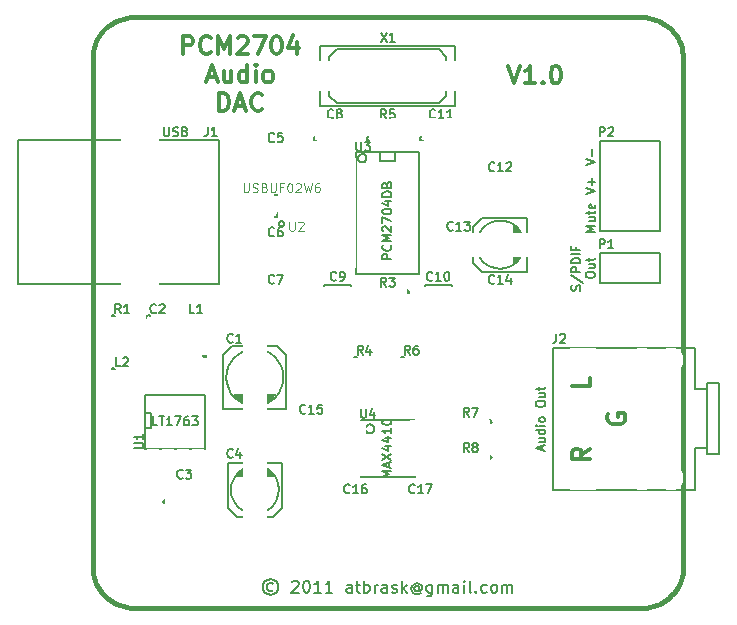
<source format=gto>
G04 (created by PCBNEW-RS274X (2011-01-25 BZR 2758)-stable) date 2011-04-14T22:21:49 CEST*
G01*
G70*
G90*
%MOIN*%
G04 Gerber Fmt 3.4, Leading zero omitted, Abs format*
%FSLAX34Y34*%
G04 APERTURE LIST*
%ADD10C,0.006000*%
%ADD11C,0.011800*%
%ADD12C,0.005900*%
%ADD13C,0.012000*%
%ADD14C,0.005000*%
%ADD15C,0.015000*%
%ADD16C,0.008000*%
%ADD17C,0.003900*%
%ADD18R,0.122400X0.083000*%
%ADD19R,0.083000X0.122400*%
%ADD20R,0.083000X0.138100*%
%ADD21R,0.080000X0.080000*%
%ADD22C,0.080000*%
%ADD23R,0.236500X0.098700*%
%ADD24R,0.055000X0.075000*%
%ADD25R,0.075000X0.055000*%
%ADD26R,0.100000X0.080000*%
%ADD27R,0.040000X0.065000*%
%ADD28R,0.075000X0.037000*%
%ADD29R,0.070000X0.036000*%
%ADD30C,0.126300*%
%ADD31C,0.083000*%
%ADD32O,0.083000X0.138100*%
%ADD33O,0.138100X0.083000*%
%ADD34R,0.080000X0.100000*%
%ADD35C,0.256200*%
%ADD36R,0.075100X0.035700*%
G04 APERTURE END LIST*
G54D10*
G54D11*
X16717Y-04274D02*
X16914Y-04865D01*
X17111Y-04274D01*
X17618Y-04865D02*
X17281Y-04865D01*
X17449Y-04865D02*
X17449Y-04274D01*
X17393Y-04358D01*
X17337Y-04414D01*
X17281Y-04443D01*
X17872Y-04808D02*
X17900Y-04837D01*
X17872Y-04865D01*
X17844Y-04837D01*
X17872Y-04808D01*
X17872Y-04865D01*
X18265Y-04274D02*
X18322Y-04274D01*
X18378Y-04302D01*
X18406Y-04330D01*
X18434Y-04386D01*
X18462Y-04499D01*
X18462Y-04640D01*
X18434Y-04752D01*
X18406Y-04808D01*
X18378Y-04837D01*
X18322Y-04865D01*
X18265Y-04865D01*
X18209Y-04837D01*
X18181Y-04808D01*
X18153Y-04752D01*
X18125Y-04640D01*
X18125Y-04499D01*
X18153Y-04386D01*
X18181Y-04330D01*
X18209Y-04302D01*
X18265Y-04274D01*
G54D12*
X08863Y-21532D02*
X08825Y-21514D01*
X08750Y-21514D01*
X08713Y-21532D01*
X08675Y-21570D01*
X08656Y-21607D01*
X08656Y-21682D01*
X08675Y-21720D01*
X08713Y-21757D01*
X08750Y-21776D01*
X08825Y-21776D01*
X08863Y-21757D01*
X08788Y-21382D02*
X08694Y-21401D01*
X08600Y-21457D01*
X08544Y-21551D01*
X08525Y-21645D01*
X08544Y-21739D01*
X08600Y-21832D01*
X08694Y-21889D01*
X08788Y-21908D01*
X08882Y-21889D01*
X08975Y-21832D01*
X09032Y-21739D01*
X09050Y-21645D01*
X09032Y-21551D01*
X08975Y-21457D01*
X08882Y-21401D01*
X08788Y-21382D01*
X09500Y-21476D02*
X09519Y-21457D01*
X09556Y-21438D01*
X09650Y-21438D01*
X09688Y-21457D01*
X09706Y-21476D01*
X09725Y-21514D01*
X09725Y-21551D01*
X09706Y-21607D01*
X09481Y-21832D01*
X09725Y-21832D01*
X09969Y-21438D02*
X10006Y-21438D01*
X10044Y-21457D01*
X10063Y-21476D01*
X10081Y-21514D01*
X10100Y-21589D01*
X10100Y-21682D01*
X10081Y-21757D01*
X10063Y-21795D01*
X10044Y-21814D01*
X10006Y-21832D01*
X09969Y-21832D01*
X09931Y-21814D01*
X09913Y-21795D01*
X09894Y-21757D01*
X09875Y-21682D01*
X09875Y-21589D01*
X09894Y-21514D01*
X09913Y-21476D01*
X09931Y-21457D01*
X09969Y-21438D01*
X10475Y-21832D02*
X10250Y-21832D01*
X10363Y-21832D02*
X10363Y-21438D01*
X10325Y-21495D01*
X10288Y-21532D01*
X10250Y-21551D01*
X10850Y-21832D02*
X10625Y-21832D01*
X10738Y-21832D02*
X10738Y-21438D01*
X10700Y-21495D01*
X10663Y-21532D01*
X10625Y-21551D01*
X11488Y-21832D02*
X11488Y-21626D01*
X11469Y-21589D01*
X11431Y-21570D01*
X11356Y-21570D01*
X11319Y-21589D01*
X11488Y-21814D02*
X11450Y-21832D01*
X11356Y-21832D01*
X11319Y-21814D01*
X11300Y-21776D01*
X11300Y-21739D01*
X11319Y-21701D01*
X11356Y-21682D01*
X11450Y-21682D01*
X11488Y-21664D01*
X11619Y-21570D02*
X11769Y-21570D01*
X11675Y-21438D02*
X11675Y-21776D01*
X11694Y-21814D01*
X11731Y-21832D01*
X11769Y-21832D01*
X11900Y-21832D02*
X11900Y-21438D01*
X11900Y-21589D02*
X11937Y-21570D01*
X12012Y-21570D01*
X12050Y-21589D01*
X12069Y-21607D01*
X12087Y-21645D01*
X12087Y-21757D01*
X12069Y-21795D01*
X12050Y-21814D01*
X12012Y-21832D01*
X11937Y-21832D01*
X11900Y-21814D01*
X12256Y-21832D02*
X12256Y-21570D01*
X12256Y-21645D02*
X12275Y-21607D01*
X12293Y-21589D01*
X12331Y-21570D01*
X12368Y-21570D01*
X12669Y-21832D02*
X12669Y-21626D01*
X12650Y-21589D01*
X12612Y-21570D01*
X12537Y-21570D01*
X12500Y-21589D01*
X12669Y-21814D02*
X12631Y-21832D01*
X12537Y-21832D01*
X12500Y-21814D01*
X12481Y-21776D01*
X12481Y-21739D01*
X12500Y-21701D01*
X12537Y-21682D01*
X12631Y-21682D01*
X12669Y-21664D01*
X12837Y-21814D02*
X12875Y-21832D01*
X12950Y-21832D01*
X12987Y-21814D01*
X13006Y-21776D01*
X13006Y-21757D01*
X12987Y-21720D01*
X12950Y-21701D01*
X12893Y-21701D01*
X12856Y-21682D01*
X12837Y-21645D01*
X12837Y-21626D01*
X12856Y-21589D01*
X12893Y-21570D01*
X12950Y-21570D01*
X12987Y-21589D01*
X13175Y-21832D02*
X13175Y-21438D01*
X13212Y-21682D02*
X13325Y-21832D01*
X13325Y-21570D02*
X13175Y-21720D01*
X13738Y-21645D02*
X13719Y-21626D01*
X13681Y-21607D01*
X13644Y-21607D01*
X13606Y-21626D01*
X13588Y-21645D01*
X13569Y-21682D01*
X13569Y-21720D01*
X13588Y-21757D01*
X13606Y-21776D01*
X13644Y-21795D01*
X13681Y-21795D01*
X13719Y-21776D01*
X13738Y-21757D01*
X13738Y-21607D02*
X13738Y-21757D01*
X13756Y-21776D01*
X13775Y-21776D01*
X13813Y-21757D01*
X13832Y-21720D01*
X13832Y-21626D01*
X13794Y-21570D01*
X13738Y-21532D01*
X13663Y-21514D01*
X13588Y-21532D01*
X13531Y-21570D01*
X13494Y-21626D01*
X13475Y-21701D01*
X13494Y-21776D01*
X13531Y-21832D01*
X13588Y-21870D01*
X13663Y-21889D01*
X13738Y-21870D01*
X13794Y-21832D01*
X14170Y-21570D02*
X14170Y-21889D01*
X14151Y-21926D01*
X14132Y-21945D01*
X14095Y-21964D01*
X14038Y-21964D01*
X14001Y-21945D01*
X14170Y-21814D02*
X14132Y-21832D01*
X14057Y-21832D01*
X14020Y-21814D01*
X14001Y-21795D01*
X13982Y-21757D01*
X13982Y-21645D01*
X14001Y-21607D01*
X14020Y-21589D01*
X14057Y-21570D01*
X14132Y-21570D01*
X14170Y-21589D01*
X14357Y-21832D02*
X14357Y-21570D01*
X14357Y-21607D02*
X14376Y-21589D01*
X14413Y-21570D01*
X14469Y-21570D01*
X14507Y-21589D01*
X14526Y-21626D01*
X14526Y-21832D01*
X14526Y-21626D02*
X14544Y-21589D01*
X14582Y-21570D01*
X14638Y-21570D01*
X14676Y-21589D01*
X14695Y-21626D01*
X14695Y-21832D01*
X15051Y-21832D02*
X15051Y-21626D01*
X15032Y-21589D01*
X14994Y-21570D01*
X14919Y-21570D01*
X14882Y-21589D01*
X15051Y-21814D02*
X15013Y-21832D01*
X14919Y-21832D01*
X14882Y-21814D01*
X14863Y-21776D01*
X14863Y-21739D01*
X14882Y-21701D01*
X14919Y-21682D01*
X15013Y-21682D01*
X15051Y-21664D01*
X15238Y-21832D02*
X15238Y-21570D01*
X15238Y-21438D02*
X15219Y-21457D01*
X15238Y-21476D01*
X15257Y-21457D01*
X15238Y-21438D01*
X15238Y-21476D01*
X15482Y-21832D02*
X15445Y-21814D01*
X15426Y-21776D01*
X15426Y-21438D01*
X15632Y-21795D02*
X15651Y-21814D01*
X15632Y-21832D01*
X15613Y-21814D01*
X15632Y-21795D01*
X15632Y-21832D01*
X15989Y-21814D02*
X15951Y-21832D01*
X15876Y-21832D01*
X15839Y-21814D01*
X15820Y-21795D01*
X15801Y-21757D01*
X15801Y-21645D01*
X15820Y-21607D01*
X15839Y-21589D01*
X15876Y-21570D01*
X15951Y-21570D01*
X15989Y-21589D01*
X16214Y-21832D02*
X16177Y-21814D01*
X16158Y-21795D01*
X16139Y-21757D01*
X16139Y-21645D01*
X16158Y-21607D01*
X16177Y-21589D01*
X16214Y-21570D01*
X16270Y-21570D01*
X16308Y-21589D01*
X16327Y-21607D01*
X16345Y-21645D01*
X16345Y-21757D01*
X16327Y-21795D01*
X16308Y-21814D01*
X16270Y-21832D01*
X16214Y-21832D01*
X16514Y-21832D02*
X16514Y-21570D01*
X16514Y-21607D02*
X16533Y-21589D01*
X16570Y-21570D01*
X16626Y-21570D01*
X16664Y-21589D01*
X16683Y-21626D01*
X16683Y-21832D01*
X16683Y-21626D02*
X16701Y-21589D01*
X16739Y-21570D01*
X16795Y-21570D01*
X16833Y-21589D01*
X16852Y-21626D01*
X16852Y-21832D01*
G54D13*
X05862Y-03880D02*
X05862Y-03289D01*
X06087Y-03289D01*
X06143Y-03317D01*
X06171Y-03345D01*
X06199Y-03401D01*
X06199Y-03486D01*
X06171Y-03542D01*
X06143Y-03570D01*
X06087Y-03598D01*
X05862Y-03598D01*
X06790Y-03823D02*
X06762Y-03852D01*
X06678Y-03880D01*
X06622Y-03880D01*
X06537Y-03852D01*
X06481Y-03795D01*
X06453Y-03739D01*
X06425Y-03626D01*
X06425Y-03542D01*
X06453Y-03429D01*
X06481Y-03373D01*
X06537Y-03317D01*
X06622Y-03289D01*
X06678Y-03289D01*
X06762Y-03317D01*
X06790Y-03345D01*
X07044Y-03880D02*
X07044Y-03289D01*
X07241Y-03711D01*
X07438Y-03289D01*
X07438Y-03880D01*
X07691Y-03345D02*
X07719Y-03317D01*
X07775Y-03289D01*
X07916Y-03289D01*
X07972Y-03317D01*
X08000Y-03345D01*
X08028Y-03401D01*
X08028Y-03458D01*
X08000Y-03542D01*
X07662Y-03880D01*
X08028Y-03880D01*
X08225Y-03289D02*
X08619Y-03289D01*
X08366Y-03880D01*
X08957Y-03289D02*
X09014Y-03289D01*
X09070Y-03317D01*
X09098Y-03345D01*
X09126Y-03401D01*
X09154Y-03514D01*
X09154Y-03655D01*
X09126Y-03767D01*
X09098Y-03823D01*
X09070Y-03852D01*
X09014Y-03880D01*
X08957Y-03880D01*
X08901Y-03852D01*
X08873Y-03823D01*
X08845Y-03767D01*
X08817Y-03655D01*
X08817Y-03514D01*
X08845Y-03401D01*
X08873Y-03345D01*
X08901Y-03317D01*
X08957Y-03289D01*
X09661Y-03486D02*
X09661Y-03880D01*
X09520Y-03261D02*
X09380Y-03683D01*
X09745Y-03683D01*
X06692Y-04658D02*
X06973Y-04658D01*
X06635Y-04827D02*
X06832Y-04236D01*
X07029Y-04827D01*
X07480Y-04433D02*
X07480Y-04827D01*
X07227Y-04433D02*
X07227Y-04742D01*
X07255Y-04799D01*
X07311Y-04827D01*
X07396Y-04827D01*
X07452Y-04799D01*
X07480Y-04770D01*
X08015Y-04827D02*
X08015Y-04236D01*
X08015Y-04799D02*
X07959Y-04827D01*
X07846Y-04827D01*
X07790Y-04799D01*
X07762Y-04770D01*
X07734Y-04714D01*
X07734Y-04545D01*
X07762Y-04489D01*
X07790Y-04461D01*
X07846Y-04433D01*
X07959Y-04433D01*
X08015Y-04461D01*
X08297Y-04827D02*
X08297Y-04433D01*
X08297Y-04236D02*
X08269Y-04264D01*
X08297Y-04292D01*
X08325Y-04264D01*
X08297Y-04236D01*
X08297Y-04292D01*
X08662Y-04827D02*
X08606Y-04799D01*
X08578Y-04770D01*
X08550Y-04714D01*
X08550Y-04545D01*
X08578Y-04489D01*
X08606Y-04461D01*
X08662Y-04433D01*
X08747Y-04433D01*
X08803Y-04461D01*
X08831Y-04489D01*
X08859Y-04545D01*
X08859Y-04714D01*
X08831Y-04770D01*
X08803Y-04799D01*
X08747Y-04827D01*
X08662Y-04827D01*
X07072Y-05774D02*
X07072Y-05183D01*
X07212Y-05183D01*
X07297Y-05211D01*
X07353Y-05267D01*
X07381Y-05323D01*
X07409Y-05436D01*
X07409Y-05520D01*
X07381Y-05633D01*
X07353Y-05689D01*
X07297Y-05746D01*
X07212Y-05774D01*
X07072Y-05774D01*
X07635Y-05605D02*
X07916Y-05605D01*
X07578Y-05774D02*
X07775Y-05183D01*
X07972Y-05774D01*
X08507Y-05717D02*
X08479Y-05746D01*
X08395Y-05774D01*
X08339Y-05774D01*
X08254Y-05746D01*
X08198Y-05689D01*
X08170Y-05633D01*
X08142Y-05520D01*
X08142Y-05436D01*
X08170Y-05323D01*
X08198Y-05267D01*
X08254Y-05211D01*
X08339Y-05183D01*
X08395Y-05183D01*
X08479Y-05211D01*
X08507Y-05239D01*
G54D14*
X05231Y-06317D02*
X05231Y-06560D01*
X05246Y-06589D01*
X05260Y-06603D01*
X05289Y-06617D01*
X05346Y-06617D01*
X05374Y-06603D01*
X05389Y-06589D01*
X05403Y-06560D01*
X05403Y-06317D01*
X05531Y-06603D02*
X05574Y-06617D01*
X05645Y-06617D01*
X05674Y-06603D01*
X05688Y-06589D01*
X05703Y-06560D01*
X05703Y-06532D01*
X05688Y-06503D01*
X05674Y-06489D01*
X05645Y-06475D01*
X05588Y-06460D01*
X05560Y-06446D01*
X05545Y-06432D01*
X05531Y-06403D01*
X05531Y-06375D01*
X05545Y-06346D01*
X05560Y-06332D01*
X05588Y-06317D01*
X05660Y-06317D01*
X05703Y-06332D01*
X05931Y-06460D02*
X05974Y-06475D01*
X05989Y-06489D01*
X06003Y-06517D01*
X06003Y-06560D01*
X05989Y-06589D01*
X05974Y-06603D01*
X05946Y-06617D01*
X05831Y-06617D01*
X05831Y-06317D01*
X05931Y-06317D01*
X05960Y-06332D01*
X05974Y-06346D01*
X05989Y-06375D01*
X05989Y-06403D01*
X05974Y-06432D01*
X05960Y-06446D01*
X05931Y-06460D01*
X05831Y-06460D01*
X17851Y-17085D02*
X17851Y-16942D01*
X17936Y-17113D02*
X17636Y-17013D01*
X17936Y-16913D01*
X17736Y-16685D02*
X17936Y-16685D01*
X17736Y-16814D02*
X17894Y-16814D01*
X17922Y-16799D01*
X17936Y-16771D01*
X17936Y-16728D01*
X17922Y-16699D01*
X17908Y-16685D01*
X17936Y-16414D02*
X17636Y-16414D01*
X17922Y-16414D02*
X17936Y-16443D01*
X17936Y-16500D01*
X17922Y-16528D01*
X17908Y-16543D01*
X17879Y-16557D01*
X17794Y-16557D01*
X17765Y-16543D01*
X17751Y-16528D01*
X17736Y-16500D01*
X17736Y-16443D01*
X17751Y-16414D01*
X17936Y-16272D02*
X17736Y-16272D01*
X17636Y-16272D02*
X17651Y-16286D01*
X17665Y-16272D01*
X17651Y-16257D01*
X17636Y-16272D01*
X17665Y-16272D01*
X17936Y-16086D02*
X17922Y-16114D01*
X17908Y-16129D01*
X17879Y-16143D01*
X17794Y-16143D01*
X17765Y-16129D01*
X17751Y-16114D01*
X17736Y-16086D01*
X17736Y-16043D01*
X17751Y-16014D01*
X17765Y-16000D01*
X17794Y-15986D01*
X17879Y-15986D01*
X17908Y-16000D01*
X17922Y-16014D01*
X17936Y-16043D01*
X17936Y-16086D01*
X17636Y-15571D02*
X17636Y-15514D01*
X17651Y-15486D01*
X17679Y-15457D01*
X17736Y-15443D01*
X17836Y-15443D01*
X17894Y-15457D01*
X17922Y-15486D01*
X17936Y-15514D01*
X17936Y-15571D01*
X17922Y-15600D01*
X17894Y-15629D01*
X17836Y-15643D01*
X17736Y-15643D01*
X17679Y-15629D01*
X17651Y-15600D01*
X17636Y-15571D01*
X17736Y-15186D02*
X17936Y-15186D01*
X17736Y-15315D02*
X17894Y-15315D01*
X17922Y-15300D01*
X17936Y-15272D01*
X17936Y-15229D01*
X17922Y-15200D01*
X17908Y-15186D01*
X17736Y-15086D02*
X17736Y-14972D01*
X17636Y-15044D02*
X17894Y-15044D01*
X17922Y-15029D01*
X17936Y-15001D01*
X17936Y-14972D01*
G54D15*
X04232Y-02657D02*
X21161Y-02657D01*
X02854Y-20964D02*
X02854Y-04035D01*
X21063Y-22342D02*
X04232Y-22342D01*
X21063Y-22341D02*
X21182Y-22344D01*
X21302Y-22337D01*
X21422Y-22320D01*
X21539Y-22292D01*
X21653Y-22254D01*
X21764Y-22206D01*
X21870Y-22148D01*
X21970Y-22082D01*
X22065Y-22007D01*
X22152Y-21925D01*
X22232Y-21834D01*
X22304Y-21738D01*
X22367Y-21635D01*
X22421Y-21527D01*
X22465Y-21415D01*
X22500Y-21300D01*
X22524Y-21182D01*
X22538Y-21062D01*
X22539Y-04035D02*
X22539Y-21063D01*
X22539Y-04035D02*
X22533Y-03915D01*
X22518Y-03796D01*
X22492Y-03679D01*
X22455Y-03564D01*
X22409Y-03453D01*
X22354Y-03347D01*
X22289Y-03245D01*
X22216Y-03150D01*
X22135Y-03061D01*
X22046Y-02980D01*
X21951Y-02907D01*
X21850Y-02842D01*
X21743Y-02787D01*
X21632Y-02741D01*
X21517Y-02704D01*
X21400Y-02678D01*
X21281Y-02663D01*
X21161Y-02657D01*
X04232Y-02657D02*
X04112Y-02663D01*
X03993Y-02678D01*
X03876Y-02704D01*
X03761Y-02741D01*
X03650Y-02787D01*
X03544Y-02842D01*
X03442Y-02907D01*
X03347Y-02980D01*
X03258Y-03061D01*
X03177Y-03150D01*
X03104Y-03245D01*
X03039Y-03347D01*
X02984Y-03453D01*
X02938Y-03564D01*
X02901Y-03679D01*
X02875Y-03796D01*
X02860Y-03915D01*
X02854Y-04035D01*
X02854Y-20964D02*
X02860Y-21084D01*
X02875Y-21203D01*
X02901Y-21320D01*
X02938Y-21435D01*
X02984Y-21546D01*
X03039Y-21652D01*
X03104Y-21754D01*
X03177Y-21849D01*
X03258Y-21938D01*
X03347Y-22019D01*
X03442Y-22092D01*
X03544Y-22157D01*
X03650Y-22212D01*
X03761Y-22258D01*
X03876Y-22295D01*
X03993Y-22321D01*
X04112Y-22336D01*
X04232Y-22342D01*
G54D14*
X19309Y-07568D02*
X19609Y-07468D01*
X19309Y-07368D01*
X19495Y-07269D02*
X19495Y-07040D01*
X19309Y-08552D02*
X19609Y-08452D01*
X19309Y-08352D01*
X19495Y-08253D02*
X19495Y-08024D01*
X19609Y-08138D02*
X19381Y-08138D01*
X19609Y-09800D02*
X19309Y-09800D01*
X19524Y-09700D01*
X19309Y-09600D01*
X19609Y-09600D01*
X19409Y-09328D02*
X19609Y-09328D01*
X19409Y-09457D02*
X19567Y-09457D01*
X19595Y-09442D01*
X19609Y-09414D01*
X19609Y-09371D01*
X19595Y-09342D01*
X19581Y-09328D01*
X19409Y-09228D02*
X19409Y-09114D01*
X19309Y-09186D02*
X19567Y-09186D01*
X19595Y-09171D01*
X19609Y-09143D01*
X19609Y-09114D01*
X19595Y-08900D02*
X19609Y-08929D01*
X19609Y-08986D01*
X19595Y-09015D01*
X19567Y-09029D01*
X19452Y-09029D01*
X19424Y-09015D01*
X19409Y-08986D01*
X19409Y-08929D01*
X19424Y-08900D01*
X19452Y-08886D01*
X19481Y-08886D01*
X19509Y-09029D01*
X19103Y-11766D02*
X19117Y-11723D01*
X19117Y-11652D01*
X19103Y-11623D01*
X19089Y-11609D01*
X19060Y-11594D01*
X19032Y-11594D01*
X19003Y-11609D01*
X18989Y-11623D01*
X18975Y-11652D01*
X18960Y-11709D01*
X18946Y-11737D01*
X18932Y-11752D01*
X18903Y-11766D01*
X18875Y-11766D01*
X18846Y-11752D01*
X18832Y-11737D01*
X18817Y-11709D01*
X18817Y-11637D01*
X18832Y-11594D01*
X18803Y-11251D02*
X19189Y-11508D01*
X19117Y-11152D02*
X18817Y-11152D01*
X18817Y-11037D01*
X18832Y-11009D01*
X18846Y-10994D01*
X18875Y-10980D01*
X18917Y-10980D01*
X18946Y-10994D01*
X18960Y-11009D01*
X18975Y-11037D01*
X18975Y-11152D01*
X19117Y-10852D02*
X18817Y-10852D01*
X18817Y-10780D01*
X18832Y-10737D01*
X18860Y-10709D01*
X18889Y-10694D01*
X18946Y-10680D01*
X18989Y-10680D01*
X19046Y-10694D01*
X19075Y-10709D01*
X19103Y-10737D01*
X19117Y-10780D01*
X19117Y-10852D01*
X19117Y-10552D02*
X18817Y-10552D01*
X18960Y-10309D02*
X18960Y-10409D01*
X19117Y-10409D02*
X18817Y-10409D01*
X18817Y-10266D01*
X19287Y-11272D02*
X19287Y-11215D01*
X19302Y-11187D01*
X19330Y-11158D01*
X19387Y-11144D01*
X19487Y-11144D01*
X19545Y-11158D01*
X19573Y-11187D01*
X19587Y-11215D01*
X19587Y-11272D01*
X19573Y-11301D01*
X19545Y-11330D01*
X19487Y-11344D01*
X19387Y-11344D01*
X19330Y-11330D01*
X19302Y-11301D01*
X19287Y-11272D01*
X19387Y-10887D02*
X19587Y-10887D01*
X19387Y-11016D02*
X19545Y-11016D01*
X19573Y-11001D01*
X19587Y-10973D01*
X19587Y-10930D01*
X19573Y-10901D01*
X19559Y-10887D01*
X19387Y-10787D02*
X19387Y-10673D01*
X19287Y-10745D02*
X19545Y-10745D01*
X19573Y-10730D01*
X19587Y-10702D01*
X19587Y-10673D01*
X15787Y-10236D02*
X16087Y-10236D01*
X15937Y-10386D02*
X15937Y-10086D01*
X15837Y-09336D02*
X17337Y-09336D01*
X15537Y-10836D02*
X15537Y-09636D01*
X15837Y-09336D02*
X15537Y-09636D01*
X15837Y-11136D02*
X17337Y-11136D01*
X15837Y-11136D02*
X15537Y-10836D01*
X17237Y-10186D02*
X17237Y-10286D01*
X17187Y-10486D02*
X17187Y-09986D01*
X17137Y-09886D02*
X17137Y-10586D01*
X17087Y-09786D02*
X17087Y-10686D01*
X17037Y-10736D02*
X17037Y-09736D01*
X16987Y-09686D02*
X16987Y-10786D01*
X16937Y-10836D02*
X16937Y-09636D01*
X16887Y-10886D02*
X16887Y-09586D01*
X17237Y-10236D02*
X17221Y-10391D01*
X17176Y-10540D01*
X17103Y-10678D01*
X17004Y-10799D01*
X16884Y-10899D01*
X16747Y-10973D01*
X16597Y-11019D01*
X16442Y-11035D01*
X16288Y-11021D01*
X16138Y-10977D01*
X15999Y-10905D01*
X15878Y-10807D01*
X15777Y-10687D01*
X15702Y-10551D01*
X15655Y-10402D01*
X15638Y-10247D01*
X15651Y-10092D01*
X15694Y-09942D01*
X15765Y-09803D01*
X15862Y-09681D01*
X15981Y-09580D01*
X16117Y-09503D01*
X16266Y-09455D01*
X16421Y-09437D01*
X16575Y-09449D01*
X16726Y-09491D01*
X16865Y-09561D01*
X16988Y-09657D01*
X17090Y-09775D01*
X17167Y-09911D01*
X17217Y-10059D01*
X17236Y-10214D01*
X17237Y-10236D01*
X17337Y-11136D02*
X17337Y-09336D01*
X08267Y-19055D02*
X08267Y-18755D01*
X08417Y-18905D02*
X08117Y-18905D01*
X07367Y-19005D02*
X07367Y-17505D01*
X08867Y-19305D02*
X07667Y-19305D01*
X07367Y-19005D02*
X07667Y-19305D01*
X09167Y-19005D02*
X09167Y-17505D01*
X09167Y-19005D02*
X08867Y-19305D01*
X08217Y-17605D02*
X08317Y-17605D01*
X08517Y-17655D02*
X08017Y-17655D01*
X07917Y-17705D02*
X08617Y-17705D01*
X07817Y-17755D02*
X08717Y-17755D01*
X08767Y-17805D02*
X07767Y-17805D01*
X07717Y-17855D02*
X08817Y-17855D01*
X08867Y-17905D02*
X07667Y-17905D01*
X08917Y-17955D02*
X07617Y-17955D01*
X09067Y-18405D02*
X09051Y-18560D01*
X09006Y-18709D01*
X08933Y-18847D01*
X08834Y-18968D01*
X08714Y-19068D01*
X08577Y-19142D01*
X08427Y-19188D01*
X08272Y-19204D01*
X08118Y-19190D01*
X07968Y-19146D01*
X07829Y-19074D01*
X07708Y-18976D01*
X07607Y-18856D01*
X07532Y-18720D01*
X07485Y-18571D01*
X07468Y-18416D01*
X07481Y-18261D01*
X07524Y-18111D01*
X07595Y-17972D01*
X07692Y-17850D01*
X07811Y-17749D01*
X07947Y-17672D01*
X08096Y-17624D01*
X08251Y-17606D01*
X08405Y-17618D01*
X08556Y-17660D01*
X08695Y-17730D01*
X08818Y-17826D01*
X08920Y-17944D01*
X08997Y-18080D01*
X09047Y-18228D01*
X09066Y-18383D01*
X09067Y-18405D01*
X09167Y-17505D02*
X07367Y-17505D01*
X08017Y-15565D02*
X08567Y-15565D01*
X07917Y-15515D02*
X08617Y-15515D01*
X07767Y-15465D02*
X08767Y-15465D01*
X08817Y-15415D02*
X07717Y-15415D01*
X07667Y-15365D02*
X08867Y-15365D01*
X08917Y-15315D02*
X07617Y-15315D01*
X07567Y-15265D02*
X08967Y-15265D01*
X09217Y-14665D02*
X09198Y-14849D01*
X09145Y-15027D01*
X09058Y-15190D01*
X08941Y-15334D01*
X08798Y-15452D01*
X08635Y-15540D01*
X08458Y-15595D01*
X08273Y-15614D01*
X08089Y-15598D01*
X07912Y-15545D01*
X07747Y-15459D01*
X07603Y-15343D01*
X07484Y-15201D01*
X07394Y-15039D01*
X07338Y-14862D01*
X07318Y-14678D01*
X07333Y-14494D01*
X07384Y-14316D01*
X07469Y-14151D01*
X07584Y-14006D01*
X07725Y-13885D01*
X07887Y-13795D01*
X08064Y-13738D01*
X08248Y-13716D01*
X08431Y-13730D01*
X08610Y-13780D01*
X08776Y-13863D01*
X08922Y-13978D01*
X09043Y-14118D01*
X09134Y-14279D01*
X09193Y-14455D01*
X09216Y-14639D01*
X09217Y-14665D01*
X07217Y-15715D02*
X07217Y-13915D01*
X07217Y-13915D02*
X07517Y-13615D01*
X07517Y-13615D02*
X09017Y-13615D01*
X09017Y-13615D02*
X09317Y-13915D01*
X09317Y-13915D02*
X09317Y-15715D01*
X09317Y-15715D02*
X07217Y-15715D01*
X08267Y-13815D02*
X08267Y-14115D01*
X08117Y-13965D02*
X08417Y-13965D01*
G54D10*
X19767Y-11523D02*
X19767Y-10523D01*
X19767Y-10523D02*
X21767Y-10523D01*
X21767Y-10523D02*
X21767Y-11523D01*
X21767Y-11523D02*
X19767Y-11523D01*
G54D16*
X19767Y-09767D02*
X19767Y-06767D01*
X21767Y-06767D02*
X21767Y-09767D01*
X21767Y-09767D02*
X19767Y-09767D01*
X19767Y-06767D02*
X21767Y-06767D01*
X10746Y-03975D02*
X10746Y-05275D01*
X10746Y-05275D02*
X10996Y-05525D01*
X10996Y-05525D02*
X14396Y-05525D01*
X14396Y-05525D02*
X14646Y-05275D01*
X14646Y-05275D02*
X14646Y-03975D01*
X14646Y-03975D02*
X14396Y-03725D01*
X14396Y-03725D02*
X10996Y-03725D01*
X10996Y-03725D02*
X10746Y-03975D01*
X14946Y-03625D02*
X14946Y-05625D01*
X14946Y-05625D02*
X10446Y-05625D01*
X10446Y-05625D02*
X10446Y-03625D01*
X10446Y-03625D02*
X14946Y-03625D01*
G54D14*
X16153Y-17318D02*
X16152Y-17327D01*
X16149Y-17337D01*
X16144Y-17345D01*
X16138Y-17353D01*
X16130Y-17359D01*
X16122Y-17364D01*
X16113Y-17366D01*
X16103Y-17367D01*
X16094Y-17367D01*
X16085Y-17364D01*
X16076Y-17359D01*
X16069Y-17353D01*
X16062Y-17346D01*
X16058Y-17337D01*
X16055Y-17328D01*
X16054Y-17318D01*
X16054Y-17309D01*
X16057Y-17300D01*
X16061Y-17291D01*
X16068Y-17284D01*
X16075Y-17277D01*
X16083Y-17273D01*
X16093Y-17270D01*
X16102Y-17269D01*
X16111Y-17269D01*
X16121Y-17272D01*
X16129Y-17276D01*
X16137Y-17282D01*
X16143Y-17290D01*
X16148Y-17298D01*
X16151Y-17307D01*
X16152Y-17317D01*
X16153Y-17318D01*
X15653Y-17318D02*
X16053Y-17318D01*
X16053Y-17318D02*
X16053Y-17918D01*
X16053Y-17918D02*
X15653Y-17918D01*
X15253Y-17918D02*
X14853Y-17918D01*
X14853Y-17918D02*
X14853Y-17318D01*
X14853Y-17318D02*
X15253Y-17318D01*
X16153Y-16137D02*
X16152Y-16146D01*
X16149Y-16156D01*
X16144Y-16164D01*
X16138Y-16172D01*
X16130Y-16178D01*
X16122Y-16183D01*
X16113Y-16185D01*
X16103Y-16186D01*
X16094Y-16186D01*
X16085Y-16183D01*
X16076Y-16178D01*
X16069Y-16172D01*
X16062Y-16165D01*
X16058Y-16156D01*
X16055Y-16147D01*
X16054Y-16137D01*
X16054Y-16128D01*
X16057Y-16119D01*
X16061Y-16110D01*
X16068Y-16103D01*
X16075Y-16096D01*
X16083Y-16092D01*
X16093Y-16089D01*
X16102Y-16088D01*
X16111Y-16088D01*
X16121Y-16091D01*
X16129Y-16095D01*
X16137Y-16101D01*
X16143Y-16109D01*
X16148Y-16117D01*
X16151Y-16126D01*
X16152Y-16136D01*
X16153Y-16137D01*
X15653Y-16137D02*
X16053Y-16137D01*
X16053Y-16137D02*
X16053Y-16737D01*
X16053Y-16737D02*
X15653Y-16737D01*
X15253Y-16737D02*
X14853Y-16737D01*
X14853Y-16737D02*
X14853Y-16137D01*
X14853Y-16137D02*
X15253Y-16137D01*
X13234Y-14015D02*
X13233Y-14024D01*
X13230Y-14034D01*
X13225Y-14042D01*
X13219Y-14050D01*
X13211Y-14056D01*
X13203Y-14061D01*
X13194Y-14063D01*
X13184Y-14064D01*
X13175Y-14064D01*
X13166Y-14061D01*
X13157Y-14056D01*
X13150Y-14050D01*
X13143Y-14043D01*
X13139Y-14034D01*
X13136Y-14025D01*
X13135Y-14015D01*
X13135Y-14006D01*
X13138Y-13997D01*
X13142Y-13988D01*
X13149Y-13981D01*
X13156Y-13974D01*
X13164Y-13970D01*
X13174Y-13967D01*
X13183Y-13966D01*
X13192Y-13966D01*
X13202Y-13969D01*
X13210Y-13973D01*
X13218Y-13979D01*
X13224Y-13987D01*
X13229Y-13995D01*
X13232Y-14004D01*
X13233Y-14014D01*
X13234Y-14015D01*
X13184Y-14465D02*
X13184Y-14065D01*
X13184Y-14065D02*
X13784Y-14065D01*
X13784Y-14065D02*
X13784Y-14465D01*
X13784Y-14865D02*
X13784Y-15265D01*
X13784Y-15265D02*
X13184Y-15265D01*
X13184Y-15265D02*
X13184Y-14865D01*
X12096Y-06697D02*
X12095Y-06706D01*
X12092Y-06716D01*
X12087Y-06724D01*
X12081Y-06732D01*
X12073Y-06738D01*
X12065Y-06743D01*
X12056Y-06745D01*
X12046Y-06746D01*
X12037Y-06746D01*
X12028Y-06743D01*
X12019Y-06738D01*
X12012Y-06732D01*
X12005Y-06725D01*
X12001Y-06716D01*
X11998Y-06707D01*
X11997Y-06697D01*
X11997Y-06688D01*
X12000Y-06679D01*
X12004Y-06670D01*
X12011Y-06663D01*
X12018Y-06656D01*
X12026Y-06652D01*
X12036Y-06649D01*
X12045Y-06648D01*
X12054Y-06648D01*
X12064Y-06651D01*
X12072Y-06655D01*
X12080Y-06661D01*
X12086Y-06669D01*
X12091Y-06677D01*
X12094Y-06686D01*
X12095Y-06696D01*
X12096Y-06697D01*
X12496Y-06697D02*
X12096Y-06697D01*
X12096Y-06697D02*
X12096Y-06097D01*
X12096Y-06097D02*
X12496Y-06097D01*
X12896Y-06097D02*
X13296Y-06097D01*
X13296Y-06097D02*
X13296Y-06697D01*
X13296Y-06697D02*
X12896Y-06697D01*
X11659Y-14015D02*
X11658Y-14024D01*
X11655Y-14034D01*
X11650Y-14042D01*
X11644Y-14050D01*
X11636Y-14056D01*
X11628Y-14061D01*
X11619Y-14063D01*
X11609Y-14064D01*
X11600Y-14064D01*
X11591Y-14061D01*
X11582Y-14056D01*
X11575Y-14050D01*
X11568Y-14043D01*
X11564Y-14034D01*
X11561Y-14025D01*
X11560Y-14015D01*
X11560Y-14006D01*
X11563Y-13997D01*
X11567Y-13988D01*
X11574Y-13981D01*
X11581Y-13974D01*
X11589Y-13970D01*
X11599Y-13967D01*
X11608Y-13966D01*
X11617Y-13966D01*
X11627Y-13969D01*
X11635Y-13973D01*
X11643Y-13979D01*
X11649Y-13987D01*
X11654Y-13995D01*
X11657Y-14004D01*
X11658Y-14014D01*
X11659Y-14015D01*
X11609Y-14465D02*
X11609Y-14065D01*
X11609Y-14065D02*
X12209Y-14065D01*
X12209Y-14065D02*
X12209Y-14465D01*
X12209Y-14865D02*
X12209Y-15265D01*
X12209Y-15265D02*
X11609Y-15265D01*
X11609Y-15265D02*
X11609Y-14865D01*
X13397Y-11806D02*
X13396Y-11815D01*
X13393Y-11825D01*
X13388Y-11833D01*
X13382Y-11841D01*
X13374Y-11847D01*
X13366Y-11852D01*
X13357Y-11854D01*
X13347Y-11855D01*
X13338Y-11855D01*
X13329Y-11852D01*
X13320Y-11847D01*
X13313Y-11841D01*
X13306Y-11834D01*
X13302Y-11825D01*
X13299Y-11816D01*
X13298Y-11806D01*
X13298Y-11797D01*
X13301Y-11788D01*
X13305Y-11779D01*
X13312Y-11772D01*
X13319Y-11765D01*
X13327Y-11761D01*
X13337Y-11758D01*
X13346Y-11757D01*
X13355Y-11757D01*
X13365Y-11760D01*
X13373Y-11764D01*
X13381Y-11770D01*
X13387Y-11778D01*
X13392Y-11786D01*
X13395Y-11795D01*
X13396Y-11805D01*
X13397Y-11806D01*
X12897Y-11806D02*
X13297Y-11806D01*
X13297Y-11806D02*
X13297Y-12406D01*
X13297Y-12406D02*
X12897Y-12406D01*
X12497Y-12406D02*
X12097Y-12406D01*
X12097Y-12406D02*
X12097Y-11806D01*
X12097Y-11806D02*
X12497Y-11806D01*
X03588Y-12637D02*
X03587Y-12646D01*
X03584Y-12656D01*
X03579Y-12664D01*
X03573Y-12672D01*
X03565Y-12678D01*
X03557Y-12683D01*
X03548Y-12685D01*
X03538Y-12686D01*
X03529Y-12686D01*
X03520Y-12683D01*
X03511Y-12678D01*
X03504Y-12672D01*
X03497Y-12665D01*
X03493Y-12656D01*
X03490Y-12647D01*
X03489Y-12637D01*
X03489Y-12628D01*
X03492Y-12619D01*
X03496Y-12610D01*
X03503Y-12603D01*
X03510Y-12596D01*
X03518Y-12592D01*
X03528Y-12589D01*
X03537Y-12588D01*
X03546Y-12588D01*
X03556Y-12591D01*
X03564Y-12595D01*
X03572Y-12601D01*
X03578Y-12609D01*
X03583Y-12617D01*
X03586Y-12626D01*
X03587Y-12636D01*
X03588Y-12637D01*
X03538Y-13087D02*
X03538Y-12687D01*
X03538Y-12687D02*
X04138Y-12687D01*
X04138Y-12687D02*
X04138Y-13087D01*
X04138Y-13487D02*
X04138Y-13887D01*
X04138Y-13887D02*
X03538Y-13887D01*
X03538Y-13887D02*
X03538Y-13487D01*
X03588Y-14409D02*
X03587Y-14418D01*
X03584Y-14428D01*
X03579Y-14436D01*
X03573Y-14444D01*
X03565Y-14450D01*
X03557Y-14455D01*
X03548Y-14457D01*
X03538Y-14458D01*
X03529Y-14458D01*
X03520Y-14455D01*
X03511Y-14450D01*
X03504Y-14444D01*
X03497Y-14437D01*
X03493Y-14428D01*
X03490Y-14419D01*
X03489Y-14409D01*
X03489Y-14400D01*
X03492Y-14391D01*
X03496Y-14382D01*
X03503Y-14375D01*
X03510Y-14368D01*
X03518Y-14364D01*
X03528Y-14361D01*
X03537Y-14360D01*
X03546Y-14360D01*
X03556Y-14363D01*
X03564Y-14367D01*
X03572Y-14373D01*
X03578Y-14381D01*
X03583Y-14389D01*
X03586Y-14398D01*
X03587Y-14408D01*
X03588Y-14409D01*
X03538Y-14859D02*
X03538Y-14459D01*
X03538Y-14459D02*
X04138Y-14459D01*
X04138Y-14459D02*
X04138Y-14859D01*
X04138Y-15259D02*
X04138Y-15659D01*
X04138Y-15659D02*
X03538Y-15659D01*
X03538Y-15659D02*
X03538Y-15259D01*
X06649Y-13937D02*
X06648Y-13946D01*
X06645Y-13956D01*
X06640Y-13964D01*
X06634Y-13972D01*
X06626Y-13978D01*
X06618Y-13983D01*
X06609Y-13985D01*
X06599Y-13986D01*
X06590Y-13986D01*
X06581Y-13983D01*
X06572Y-13978D01*
X06565Y-13972D01*
X06558Y-13965D01*
X06554Y-13956D01*
X06551Y-13947D01*
X06550Y-13937D01*
X06550Y-13928D01*
X06553Y-13919D01*
X06557Y-13910D01*
X06564Y-13903D01*
X06571Y-13896D01*
X06579Y-13892D01*
X06589Y-13889D01*
X06598Y-13888D01*
X06607Y-13888D01*
X06617Y-13891D01*
X06625Y-13895D01*
X06633Y-13901D01*
X06639Y-13909D01*
X06644Y-13917D01*
X06647Y-13926D01*
X06648Y-13936D01*
X06649Y-13937D01*
X06599Y-13487D02*
X06599Y-13887D01*
X06599Y-13887D02*
X05999Y-13887D01*
X05999Y-13887D02*
X05999Y-13487D01*
X05999Y-13087D02*
X05999Y-12687D01*
X05999Y-12687D02*
X06599Y-12687D01*
X06599Y-12687D02*
X06599Y-13087D01*
X13868Y-06697D02*
X13867Y-06706D01*
X13864Y-06716D01*
X13859Y-06724D01*
X13853Y-06732D01*
X13845Y-06738D01*
X13837Y-06743D01*
X13828Y-06745D01*
X13818Y-06746D01*
X13809Y-06746D01*
X13800Y-06743D01*
X13791Y-06738D01*
X13784Y-06732D01*
X13777Y-06725D01*
X13773Y-06716D01*
X13770Y-06707D01*
X13769Y-06697D01*
X13769Y-06688D01*
X13772Y-06679D01*
X13776Y-06670D01*
X13783Y-06663D01*
X13790Y-06656D01*
X13798Y-06652D01*
X13808Y-06649D01*
X13817Y-06648D01*
X13826Y-06648D01*
X13836Y-06651D01*
X13844Y-06655D01*
X13852Y-06661D01*
X13858Y-06669D01*
X13863Y-06677D01*
X13866Y-06686D01*
X13867Y-06696D01*
X13868Y-06697D01*
X14268Y-06697D02*
X13868Y-06697D01*
X13868Y-06697D02*
X13868Y-06097D01*
X13868Y-06097D02*
X14268Y-06097D01*
X14668Y-06097D02*
X15068Y-06097D01*
X15068Y-06097D02*
X15068Y-06697D01*
X15068Y-06697D02*
X14668Y-06697D01*
X10325Y-06697D02*
X10324Y-06706D01*
X10321Y-06716D01*
X10316Y-06724D01*
X10310Y-06732D01*
X10302Y-06738D01*
X10294Y-06743D01*
X10285Y-06745D01*
X10275Y-06746D01*
X10266Y-06746D01*
X10257Y-06743D01*
X10248Y-06738D01*
X10241Y-06732D01*
X10234Y-06725D01*
X10230Y-06716D01*
X10227Y-06707D01*
X10226Y-06697D01*
X10226Y-06688D01*
X10229Y-06679D01*
X10233Y-06670D01*
X10240Y-06663D01*
X10247Y-06656D01*
X10255Y-06652D01*
X10265Y-06649D01*
X10274Y-06648D01*
X10283Y-06648D01*
X10293Y-06651D01*
X10301Y-06655D01*
X10309Y-06661D01*
X10315Y-06669D01*
X10320Y-06677D01*
X10323Y-06686D01*
X10324Y-06696D01*
X10325Y-06697D01*
X10725Y-06697D02*
X10325Y-06697D01*
X10325Y-06697D02*
X10325Y-06097D01*
X10325Y-06097D02*
X10725Y-06097D01*
X11125Y-06097D02*
X11525Y-06097D01*
X11525Y-06097D02*
X11525Y-06697D01*
X11525Y-06697D02*
X11125Y-06697D01*
X05305Y-18803D02*
X05304Y-18812D01*
X05301Y-18822D01*
X05296Y-18830D01*
X05290Y-18838D01*
X05282Y-18844D01*
X05274Y-18849D01*
X05265Y-18851D01*
X05255Y-18852D01*
X05246Y-18852D01*
X05237Y-18849D01*
X05228Y-18844D01*
X05221Y-18838D01*
X05214Y-18831D01*
X05210Y-18822D01*
X05207Y-18813D01*
X05206Y-18803D01*
X05206Y-18794D01*
X05209Y-18785D01*
X05213Y-18776D01*
X05220Y-18769D01*
X05227Y-18762D01*
X05235Y-18758D01*
X05245Y-18755D01*
X05254Y-18754D01*
X05263Y-18754D01*
X05273Y-18757D01*
X05281Y-18761D01*
X05289Y-18767D01*
X05295Y-18775D01*
X05300Y-18783D01*
X05303Y-18792D01*
X05304Y-18802D01*
X05305Y-18803D01*
X05705Y-18803D02*
X05305Y-18803D01*
X05305Y-18803D02*
X05305Y-18203D01*
X05305Y-18203D02*
X05705Y-18203D01*
X06105Y-18203D02*
X06505Y-18203D01*
X06505Y-18203D02*
X06505Y-18803D01*
X06505Y-18803D02*
X06105Y-18803D01*
X04769Y-12637D02*
X04768Y-12646D01*
X04765Y-12656D01*
X04760Y-12664D01*
X04754Y-12672D01*
X04746Y-12678D01*
X04738Y-12683D01*
X04729Y-12685D01*
X04719Y-12686D01*
X04710Y-12686D01*
X04701Y-12683D01*
X04692Y-12678D01*
X04685Y-12672D01*
X04678Y-12665D01*
X04674Y-12656D01*
X04671Y-12647D01*
X04670Y-12637D01*
X04670Y-12628D01*
X04673Y-12619D01*
X04677Y-12610D01*
X04684Y-12603D01*
X04691Y-12596D01*
X04699Y-12592D01*
X04709Y-12589D01*
X04718Y-12588D01*
X04727Y-12588D01*
X04737Y-12591D01*
X04745Y-12595D01*
X04753Y-12601D01*
X04759Y-12609D01*
X04764Y-12617D01*
X04767Y-12626D01*
X04768Y-12636D01*
X04769Y-12637D01*
X04719Y-13087D02*
X04719Y-12687D01*
X04719Y-12687D02*
X05319Y-12687D01*
X05319Y-12687D02*
X05319Y-13087D01*
X05319Y-13487D02*
X05319Y-13887D01*
X05319Y-13887D02*
X04719Y-13887D01*
X04719Y-13887D02*
X04719Y-13487D01*
X14820Y-11696D02*
X14820Y-11596D01*
X14820Y-11596D02*
X13920Y-11596D01*
X13920Y-11596D02*
X13920Y-11696D01*
X14820Y-11696D02*
X13920Y-11696D01*
X13920Y-11696D02*
X13920Y-12346D01*
X14820Y-13046D02*
X14820Y-13696D01*
X14820Y-13696D02*
X13920Y-13696D01*
X13920Y-13696D02*
X13920Y-13046D01*
X14820Y-12346D02*
X14820Y-11696D01*
X11473Y-11696D02*
X11473Y-11596D01*
X11473Y-11596D02*
X10573Y-11596D01*
X10573Y-11596D02*
X10573Y-11696D01*
X11473Y-11696D02*
X10573Y-11696D01*
X10573Y-11696D02*
X10573Y-12346D01*
X11473Y-13046D02*
X11473Y-13696D01*
X11473Y-13696D02*
X10573Y-13696D01*
X10573Y-13696D02*
X10573Y-13046D01*
X11473Y-12346D02*
X11473Y-11696D01*
X04610Y-15241D02*
X06610Y-15241D01*
X06610Y-15241D02*
X06610Y-17041D01*
X06610Y-17041D02*
X04610Y-17041D01*
X04610Y-17041D02*
X04610Y-15241D01*
X04610Y-15841D02*
X04810Y-15841D01*
X04810Y-15841D02*
X04810Y-16341D01*
X04810Y-16341D02*
X04610Y-16341D01*
X12247Y-16377D02*
X12244Y-16406D01*
X12235Y-16434D01*
X12221Y-16460D01*
X12203Y-16482D01*
X12180Y-16501D01*
X12155Y-16515D01*
X12127Y-16523D01*
X12098Y-16526D01*
X12069Y-16524D01*
X12041Y-16516D01*
X12015Y-16502D01*
X11993Y-16484D01*
X11974Y-16461D01*
X11960Y-16436D01*
X11951Y-16408D01*
X11948Y-16379D01*
X11950Y-16350D01*
X11958Y-16322D01*
X11971Y-16296D01*
X11990Y-16273D01*
X12012Y-16254D01*
X12037Y-16240D01*
X12065Y-16231D01*
X12094Y-16228D01*
X12123Y-16230D01*
X12151Y-16238D01*
X12177Y-16251D01*
X12200Y-16269D01*
X12219Y-16291D01*
X12234Y-16316D01*
X12243Y-16344D01*
X12246Y-16373D01*
X12247Y-16377D01*
G54D16*
X11797Y-16077D02*
X11797Y-17977D01*
X11797Y-17977D02*
X13597Y-17977D01*
X13597Y-17977D02*
X13597Y-16077D01*
X13597Y-16077D02*
X11797Y-16077D01*
G54D14*
X11985Y-07353D02*
X11982Y-07380D01*
X11974Y-07406D01*
X11961Y-07431D01*
X11944Y-07452D01*
X11922Y-07469D01*
X11898Y-07482D01*
X11872Y-07491D01*
X11844Y-07493D01*
X11818Y-07491D01*
X11792Y-07483D01*
X11767Y-07470D01*
X11746Y-07453D01*
X11728Y-07432D01*
X11715Y-07408D01*
X11707Y-07382D01*
X11704Y-07354D01*
X11706Y-07328D01*
X11713Y-07302D01*
X11726Y-07277D01*
X11743Y-07256D01*
X11764Y-07238D01*
X11788Y-07224D01*
X11814Y-07216D01*
X11842Y-07213D01*
X11868Y-07215D01*
X11894Y-07222D01*
X11919Y-07234D01*
X11941Y-07251D01*
X11959Y-07272D01*
X11972Y-07296D01*
X11981Y-07322D01*
X11984Y-07350D01*
X11985Y-07353D01*
X12944Y-07153D02*
X12944Y-07453D01*
X12944Y-07453D02*
X12444Y-07453D01*
X12444Y-07453D02*
X12444Y-07153D01*
X11644Y-11203D02*
X11644Y-07153D01*
X13744Y-07153D02*
X13744Y-11203D01*
X13744Y-07153D02*
X11644Y-07153D01*
X13744Y-11203D02*
X11644Y-11203D01*
X00379Y-06753D02*
X00379Y-11553D01*
X00379Y-11553D02*
X07079Y-11553D01*
X07079Y-11553D02*
X07079Y-06753D01*
X07079Y-06753D02*
X00379Y-06753D01*
X23326Y-17027D02*
X23326Y-15059D01*
X22539Y-18405D02*
X22539Y-13681D01*
X22539Y-18405D02*
X22932Y-18405D01*
X22932Y-18405D02*
X22932Y-17027D01*
X22932Y-17027D02*
X23326Y-17027D01*
X23326Y-17027D02*
X23326Y-17224D01*
X23326Y-17224D02*
X23720Y-17224D01*
X23720Y-17224D02*
X23720Y-14862D01*
X23720Y-14862D02*
X23326Y-14862D01*
X23326Y-14862D02*
X23326Y-15059D01*
X23326Y-15059D02*
X22932Y-15059D01*
X22932Y-15059D02*
X22932Y-13681D01*
X22932Y-13681D02*
X22539Y-13681D01*
X22539Y-13681D02*
X18208Y-13681D01*
X18208Y-13681D02*
X18208Y-18405D01*
X18208Y-18405D02*
X22539Y-18405D01*
X09956Y-07831D02*
X09956Y-06931D01*
X09956Y-06931D02*
X09306Y-06931D01*
X08606Y-07831D02*
X07956Y-07831D01*
X07956Y-07831D02*
X07956Y-06931D01*
X07956Y-06931D02*
X08606Y-06931D01*
X09306Y-07831D02*
X09956Y-07831D01*
X07956Y-10081D02*
X07956Y-10981D01*
X07956Y-10981D02*
X08606Y-10981D01*
X09306Y-10081D02*
X09956Y-10081D01*
X09956Y-10081D02*
X09956Y-10981D01*
X09956Y-10981D02*
X09306Y-10981D01*
X08606Y-10081D02*
X07956Y-10081D01*
X07956Y-11656D02*
X07956Y-12556D01*
X07956Y-12556D02*
X08606Y-12556D01*
X09306Y-11656D02*
X09956Y-11656D01*
X09956Y-11656D02*
X09956Y-12556D01*
X09956Y-12556D02*
X09306Y-12556D01*
X08606Y-11656D02*
X07956Y-11656D01*
X17437Y-08816D02*
X17437Y-07916D01*
X17437Y-07916D02*
X16787Y-07916D01*
X16087Y-08816D02*
X15437Y-08816D01*
X15437Y-08816D02*
X15437Y-07916D01*
X15437Y-07916D02*
X16087Y-07916D01*
X16787Y-08816D02*
X17437Y-08816D01*
X15437Y-11656D02*
X15437Y-12556D01*
X15437Y-12556D02*
X16087Y-12556D01*
X16787Y-11656D02*
X17437Y-11656D01*
X17437Y-11656D02*
X17437Y-12556D01*
X17437Y-12556D02*
X16787Y-12556D01*
X16087Y-11656D02*
X15437Y-11656D01*
X10588Y-16027D02*
X09688Y-16027D01*
X09688Y-16027D02*
X09688Y-16677D01*
X10588Y-17377D02*
X10588Y-18027D01*
X10588Y-18027D02*
X09688Y-18027D01*
X09688Y-18027D02*
X09688Y-17377D01*
X10588Y-16677D02*
X10588Y-16027D01*
X12064Y-18685D02*
X11164Y-18685D01*
X11164Y-18685D02*
X11164Y-19335D01*
X12064Y-20035D02*
X12064Y-20685D01*
X12064Y-20685D02*
X11164Y-20685D01*
X11164Y-20685D02*
X11164Y-20035D01*
X12064Y-19335D02*
X12064Y-18685D01*
X14229Y-18685D02*
X13329Y-18685D01*
X13329Y-18685D02*
X13329Y-19335D01*
X14229Y-20035D02*
X14229Y-20685D01*
X14229Y-20685D02*
X13329Y-20685D01*
X13329Y-20685D02*
X13329Y-20035D01*
X14229Y-19335D02*
X14229Y-18685D01*
X09230Y-09539D02*
X09228Y-09555D01*
X09223Y-09571D01*
X09215Y-09586D01*
X09205Y-09598D01*
X09192Y-09609D01*
X09177Y-09617D01*
X09162Y-09622D01*
X09145Y-09623D01*
X09130Y-09622D01*
X09114Y-09617D01*
X09099Y-09610D01*
X09086Y-09599D01*
X09075Y-09587D01*
X09067Y-09572D01*
X09062Y-09556D01*
X09061Y-09540D01*
X09062Y-09524D01*
X09066Y-09508D01*
X09074Y-09493D01*
X09084Y-09480D01*
X09097Y-09470D01*
X09111Y-09462D01*
X09127Y-09456D01*
X09144Y-09455D01*
X09159Y-09456D01*
X09175Y-09460D01*
X09190Y-09468D01*
X09203Y-09478D01*
X09214Y-09491D01*
X09222Y-09505D01*
X09227Y-09521D01*
X09229Y-09537D01*
X09230Y-09539D01*
X08956Y-09326D02*
X09090Y-09035D01*
X09090Y-09330D02*
X08822Y-09330D01*
X08822Y-09330D02*
X08822Y-08582D01*
X08822Y-08582D02*
X09090Y-08582D01*
X09090Y-08582D02*
X09090Y-09330D01*
X14866Y-09738D02*
X14852Y-09752D01*
X14809Y-09766D01*
X14780Y-09766D01*
X14737Y-09752D01*
X14709Y-09724D01*
X14694Y-09695D01*
X14680Y-09638D01*
X14680Y-09595D01*
X14694Y-09538D01*
X14709Y-09509D01*
X14737Y-09481D01*
X14780Y-09466D01*
X14809Y-09466D01*
X14852Y-09481D01*
X14866Y-09495D01*
X15152Y-09766D02*
X14980Y-09766D01*
X15066Y-09766D02*
X15066Y-09466D01*
X15037Y-09509D01*
X15009Y-09538D01*
X14980Y-09552D01*
X15252Y-09466D02*
X15438Y-09466D01*
X15338Y-09581D01*
X15380Y-09581D01*
X15409Y-09595D01*
X15423Y-09609D01*
X15438Y-09638D01*
X15438Y-09709D01*
X15423Y-09738D01*
X15409Y-09752D01*
X15380Y-09766D01*
X15295Y-09766D01*
X15266Y-09752D01*
X15252Y-09738D01*
X07528Y-17317D02*
X07514Y-17331D01*
X07471Y-17345D01*
X07442Y-17345D01*
X07399Y-17331D01*
X07371Y-17303D01*
X07356Y-17274D01*
X07342Y-17217D01*
X07342Y-17174D01*
X07356Y-17117D01*
X07371Y-17088D01*
X07399Y-17060D01*
X07442Y-17045D01*
X07471Y-17045D01*
X07514Y-17060D01*
X07528Y-17074D01*
X07785Y-17145D02*
X07785Y-17345D01*
X07714Y-17031D02*
X07642Y-17245D01*
X07828Y-17245D01*
X07528Y-13478D02*
X07514Y-13492D01*
X07471Y-13506D01*
X07442Y-13506D01*
X07399Y-13492D01*
X07371Y-13464D01*
X07356Y-13435D01*
X07342Y-13378D01*
X07342Y-13335D01*
X07356Y-13278D01*
X07371Y-13249D01*
X07399Y-13221D01*
X07442Y-13206D01*
X07471Y-13206D01*
X07514Y-13221D01*
X07528Y-13235D01*
X07814Y-13506D02*
X07642Y-13506D01*
X07728Y-13506D02*
X07728Y-13206D01*
X07699Y-13249D01*
X07671Y-13278D01*
X07642Y-13292D01*
X19758Y-10357D02*
X19758Y-10057D01*
X19873Y-10057D01*
X19901Y-10072D01*
X19916Y-10086D01*
X19930Y-10115D01*
X19930Y-10157D01*
X19916Y-10186D01*
X19901Y-10200D01*
X19873Y-10215D01*
X19758Y-10215D01*
X20216Y-10357D02*
X20044Y-10357D01*
X20130Y-10357D02*
X20130Y-10057D01*
X20101Y-10100D01*
X20073Y-10129D01*
X20044Y-10143D01*
X19758Y-06617D02*
X19758Y-06317D01*
X19873Y-06317D01*
X19901Y-06332D01*
X19916Y-06346D01*
X19930Y-06375D01*
X19930Y-06417D01*
X19916Y-06446D01*
X19901Y-06460D01*
X19873Y-06475D01*
X19758Y-06475D01*
X20044Y-06346D02*
X20058Y-06332D01*
X20087Y-06317D01*
X20158Y-06317D01*
X20187Y-06332D01*
X20201Y-06346D01*
X20216Y-06375D01*
X20216Y-06403D01*
X20201Y-06446D01*
X20030Y-06617D01*
X20216Y-06617D01*
X12454Y-03167D02*
X12654Y-03467D01*
X12654Y-03167D02*
X12454Y-03467D01*
X12926Y-03467D02*
X12754Y-03467D01*
X12840Y-03467D02*
X12840Y-03167D01*
X12811Y-03210D01*
X12783Y-03239D01*
X12754Y-03253D01*
X15403Y-17148D02*
X15303Y-17006D01*
X15231Y-17148D02*
X15231Y-16848D01*
X15346Y-16848D01*
X15374Y-16863D01*
X15389Y-16877D01*
X15403Y-16906D01*
X15403Y-16948D01*
X15389Y-16977D01*
X15374Y-16991D01*
X15346Y-17006D01*
X15231Y-17006D01*
X15574Y-16977D02*
X15546Y-16963D01*
X15531Y-16948D01*
X15517Y-16920D01*
X15517Y-16906D01*
X15531Y-16877D01*
X15546Y-16863D01*
X15574Y-16848D01*
X15631Y-16848D01*
X15660Y-16863D01*
X15674Y-16877D01*
X15689Y-16906D01*
X15689Y-16920D01*
X15674Y-16948D01*
X15660Y-16963D01*
X15631Y-16977D01*
X15574Y-16977D01*
X15546Y-16991D01*
X15531Y-17006D01*
X15517Y-17034D01*
X15517Y-17091D01*
X15531Y-17120D01*
X15546Y-17134D01*
X15574Y-17148D01*
X15631Y-17148D01*
X15660Y-17134D01*
X15674Y-17120D01*
X15689Y-17091D01*
X15689Y-17034D01*
X15674Y-17006D01*
X15660Y-16991D01*
X15631Y-16977D01*
X15403Y-15967D02*
X15303Y-15825D01*
X15231Y-15967D02*
X15231Y-15667D01*
X15346Y-15667D01*
X15374Y-15682D01*
X15389Y-15696D01*
X15403Y-15725D01*
X15403Y-15767D01*
X15389Y-15796D01*
X15374Y-15810D01*
X15346Y-15825D01*
X15231Y-15825D01*
X15503Y-15667D02*
X15703Y-15667D01*
X15574Y-15967D01*
X13434Y-13900D02*
X13334Y-13758D01*
X13262Y-13900D02*
X13262Y-13600D01*
X13377Y-13600D01*
X13405Y-13615D01*
X13420Y-13629D01*
X13434Y-13658D01*
X13434Y-13700D01*
X13420Y-13729D01*
X13405Y-13743D01*
X13377Y-13758D01*
X13262Y-13758D01*
X13691Y-13600D02*
X13634Y-13600D01*
X13605Y-13615D01*
X13591Y-13629D01*
X13562Y-13672D01*
X13548Y-13729D01*
X13548Y-13843D01*
X13562Y-13872D01*
X13577Y-13886D01*
X13605Y-13900D01*
X13662Y-13900D01*
X13691Y-13886D01*
X13705Y-13872D01*
X13720Y-13843D01*
X13720Y-13772D01*
X13705Y-13743D01*
X13691Y-13729D01*
X13662Y-13715D01*
X13605Y-13715D01*
X13577Y-13729D01*
X13562Y-13743D01*
X13548Y-13772D01*
X12647Y-06026D02*
X12547Y-05884D01*
X12475Y-06026D02*
X12475Y-05726D01*
X12590Y-05726D01*
X12618Y-05741D01*
X12633Y-05755D01*
X12647Y-05784D01*
X12647Y-05826D01*
X12633Y-05855D01*
X12618Y-05869D01*
X12590Y-05884D01*
X12475Y-05884D01*
X12918Y-05726D02*
X12775Y-05726D01*
X12761Y-05869D01*
X12775Y-05855D01*
X12804Y-05841D01*
X12875Y-05841D01*
X12904Y-05855D01*
X12918Y-05869D01*
X12933Y-05898D01*
X12933Y-05969D01*
X12918Y-05998D01*
X12904Y-06012D01*
X12875Y-06026D01*
X12804Y-06026D01*
X12775Y-06012D01*
X12761Y-05998D01*
X11859Y-13900D02*
X11759Y-13758D01*
X11687Y-13900D02*
X11687Y-13600D01*
X11802Y-13600D01*
X11830Y-13615D01*
X11845Y-13629D01*
X11859Y-13658D01*
X11859Y-13700D01*
X11845Y-13729D01*
X11830Y-13743D01*
X11802Y-13758D01*
X11687Y-13758D01*
X12116Y-13700D02*
X12116Y-13900D01*
X12045Y-13586D02*
X11973Y-13800D01*
X12159Y-13800D01*
X12647Y-11636D02*
X12547Y-11494D01*
X12475Y-11636D02*
X12475Y-11336D01*
X12590Y-11336D01*
X12618Y-11351D01*
X12633Y-11365D01*
X12647Y-11394D01*
X12647Y-11436D01*
X12633Y-11465D01*
X12618Y-11479D01*
X12590Y-11494D01*
X12475Y-11494D01*
X12747Y-11336D02*
X12933Y-11336D01*
X12833Y-11451D01*
X12875Y-11451D01*
X12904Y-11465D01*
X12918Y-11479D01*
X12933Y-11508D01*
X12933Y-11579D01*
X12918Y-11608D01*
X12904Y-11622D01*
X12875Y-11636D01*
X12790Y-11636D01*
X12761Y-11622D01*
X12747Y-11608D01*
X03788Y-12522D02*
X03688Y-12380D01*
X03616Y-12522D02*
X03616Y-12222D01*
X03731Y-12222D01*
X03759Y-12237D01*
X03774Y-12251D01*
X03788Y-12280D01*
X03788Y-12322D01*
X03774Y-12351D01*
X03759Y-12365D01*
X03731Y-12380D01*
X03616Y-12380D01*
X04074Y-12522D02*
X03902Y-12522D01*
X03988Y-12522D02*
X03988Y-12222D01*
X03959Y-12265D01*
X03931Y-12294D01*
X03902Y-12308D01*
X03788Y-14294D02*
X03645Y-14294D01*
X03645Y-13994D01*
X03874Y-14023D02*
X03888Y-14009D01*
X03917Y-13994D01*
X03988Y-13994D01*
X04017Y-14009D01*
X04031Y-14023D01*
X04046Y-14052D01*
X04046Y-14080D01*
X04031Y-14123D01*
X03860Y-14294D01*
X04046Y-14294D01*
X06249Y-12522D02*
X06106Y-12522D01*
X06106Y-12222D01*
X06507Y-12522D02*
X06335Y-12522D01*
X06421Y-12522D02*
X06421Y-12222D01*
X06392Y-12265D01*
X06364Y-12294D01*
X06335Y-12308D01*
X14275Y-05998D02*
X14261Y-06012D01*
X14218Y-06026D01*
X14189Y-06026D01*
X14146Y-06012D01*
X14118Y-05984D01*
X14103Y-05955D01*
X14089Y-05898D01*
X14089Y-05855D01*
X14103Y-05798D01*
X14118Y-05769D01*
X14146Y-05741D01*
X14189Y-05726D01*
X14218Y-05726D01*
X14261Y-05741D01*
X14275Y-05755D01*
X14561Y-06026D02*
X14389Y-06026D01*
X14475Y-06026D02*
X14475Y-05726D01*
X14446Y-05769D01*
X14418Y-05798D01*
X14389Y-05812D01*
X14847Y-06026D02*
X14675Y-06026D01*
X14761Y-06026D02*
X14761Y-05726D01*
X14732Y-05769D01*
X14704Y-05798D01*
X14675Y-05812D01*
X10875Y-05998D02*
X10861Y-06012D01*
X10818Y-06026D01*
X10789Y-06026D01*
X10746Y-06012D01*
X10718Y-05984D01*
X10703Y-05955D01*
X10689Y-05898D01*
X10689Y-05855D01*
X10703Y-05798D01*
X10718Y-05769D01*
X10746Y-05741D01*
X10789Y-05726D01*
X10818Y-05726D01*
X10861Y-05741D01*
X10875Y-05755D01*
X11046Y-05855D02*
X11018Y-05841D01*
X11003Y-05826D01*
X10989Y-05798D01*
X10989Y-05784D01*
X11003Y-05755D01*
X11018Y-05741D01*
X11046Y-05726D01*
X11103Y-05726D01*
X11132Y-05741D01*
X11146Y-05755D01*
X11161Y-05784D01*
X11161Y-05798D01*
X11146Y-05826D01*
X11132Y-05841D01*
X11103Y-05855D01*
X11046Y-05855D01*
X11018Y-05869D01*
X11003Y-05884D01*
X10989Y-05912D01*
X10989Y-05969D01*
X11003Y-05998D01*
X11018Y-06012D01*
X11046Y-06026D01*
X11103Y-06026D01*
X11132Y-06012D01*
X11146Y-05998D01*
X11161Y-05969D01*
X11161Y-05912D01*
X11146Y-05884D01*
X11132Y-05869D01*
X11103Y-05855D01*
X05855Y-18006D02*
X05841Y-18020D01*
X05798Y-18034D01*
X05769Y-18034D01*
X05726Y-18020D01*
X05698Y-17992D01*
X05683Y-17963D01*
X05669Y-17906D01*
X05669Y-17863D01*
X05683Y-17806D01*
X05698Y-17777D01*
X05726Y-17749D01*
X05769Y-17734D01*
X05798Y-17734D01*
X05841Y-17749D01*
X05855Y-17763D01*
X05955Y-17734D02*
X06141Y-17734D01*
X06041Y-17849D01*
X06083Y-17849D01*
X06112Y-17863D01*
X06126Y-17877D01*
X06141Y-17906D01*
X06141Y-17977D01*
X06126Y-18006D01*
X06112Y-18020D01*
X06083Y-18034D01*
X05998Y-18034D01*
X05969Y-18020D01*
X05955Y-18006D01*
X04969Y-12494D02*
X04955Y-12508D01*
X04912Y-12522D01*
X04883Y-12522D01*
X04840Y-12508D01*
X04812Y-12480D01*
X04797Y-12451D01*
X04783Y-12394D01*
X04783Y-12351D01*
X04797Y-12294D01*
X04812Y-12265D01*
X04840Y-12237D01*
X04883Y-12222D01*
X04912Y-12222D01*
X04955Y-12237D01*
X04969Y-12251D01*
X05083Y-12251D02*
X05097Y-12237D01*
X05126Y-12222D01*
X05197Y-12222D01*
X05226Y-12237D01*
X05240Y-12251D01*
X05255Y-12280D01*
X05255Y-12308D01*
X05240Y-12351D01*
X05069Y-12522D01*
X05255Y-12522D01*
X14177Y-11411D02*
X14163Y-11425D01*
X14120Y-11439D01*
X14091Y-11439D01*
X14048Y-11425D01*
X14020Y-11397D01*
X14005Y-11368D01*
X13991Y-11311D01*
X13991Y-11268D01*
X14005Y-11211D01*
X14020Y-11182D01*
X14048Y-11154D01*
X14091Y-11139D01*
X14120Y-11139D01*
X14163Y-11154D01*
X14177Y-11168D01*
X14463Y-11439D02*
X14291Y-11439D01*
X14377Y-11439D02*
X14377Y-11139D01*
X14348Y-11182D01*
X14320Y-11211D01*
X14291Y-11225D01*
X14649Y-11139D02*
X14677Y-11139D01*
X14706Y-11154D01*
X14720Y-11168D01*
X14734Y-11197D01*
X14749Y-11254D01*
X14749Y-11325D01*
X14734Y-11382D01*
X14720Y-11411D01*
X14706Y-11425D01*
X14677Y-11439D01*
X14649Y-11439D01*
X14620Y-11425D01*
X14606Y-11411D01*
X14591Y-11382D01*
X14577Y-11325D01*
X14577Y-11254D01*
X14591Y-11197D01*
X14606Y-11168D01*
X14620Y-11154D01*
X14649Y-11139D01*
X10973Y-11411D02*
X10959Y-11425D01*
X10916Y-11439D01*
X10887Y-11439D01*
X10844Y-11425D01*
X10816Y-11397D01*
X10801Y-11368D01*
X10787Y-11311D01*
X10787Y-11268D01*
X10801Y-11211D01*
X10816Y-11182D01*
X10844Y-11154D01*
X10887Y-11139D01*
X10916Y-11139D01*
X10959Y-11154D01*
X10973Y-11168D01*
X11116Y-11439D02*
X11173Y-11439D01*
X11201Y-11425D01*
X11216Y-11411D01*
X11244Y-11368D01*
X11259Y-11311D01*
X11259Y-11197D01*
X11244Y-11168D01*
X11230Y-11154D01*
X11201Y-11139D01*
X11144Y-11139D01*
X11116Y-11154D01*
X11101Y-11168D01*
X11087Y-11197D01*
X11087Y-11268D01*
X11101Y-11297D01*
X11116Y-11311D01*
X11144Y-11325D01*
X11201Y-11325D01*
X11230Y-11311D01*
X11244Y-11297D01*
X11259Y-11268D01*
X04250Y-17020D02*
X04493Y-17020D01*
X04522Y-17005D01*
X04536Y-16991D01*
X04550Y-16962D01*
X04550Y-16905D01*
X04536Y-16877D01*
X04522Y-16862D01*
X04493Y-16848D01*
X04250Y-16848D01*
X04550Y-16548D02*
X04550Y-16720D01*
X04550Y-16634D02*
X04250Y-16634D01*
X04293Y-16663D01*
X04322Y-16691D01*
X04336Y-16720D01*
X05016Y-16262D02*
X04873Y-16262D01*
X04873Y-15962D01*
X05074Y-15962D02*
X05245Y-15962D01*
X05159Y-16262D02*
X05159Y-15962D01*
X05503Y-16262D02*
X05331Y-16262D01*
X05417Y-16262D02*
X05417Y-15962D01*
X05388Y-16005D01*
X05360Y-16034D01*
X05331Y-16048D01*
X05603Y-15962D02*
X05803Y-15962D01*
X05674Y-16262D01*
X06046Y-15962D02*
X05989Y-15962D01*
X05960Y-15977D01*
X05946Y-15991D01*
X05917Y-16034D01*
X05903Y-16091D01*
X05903Y-16205D01*
X05917Y-16234D01*
X05932Y-16248D01*
X05960Y-16262D01*
X06017Y-16262D01*
X06046Y-16248D01*
X06060Y-16234D01*
X06075Y-16205D01*
X06075Y-16134D01*
X06060Y-16105D01*
X06046Y-16091D01*
X06017Y-16077D01*
X05960Y-16077D01*
X05932Y-16091D01*
X05917Y-16105D01*
X05903Y-16134D01*
X06175Y-15962D02*
X06361Y-15962D01*
X06261Y-16077D01*
X06303Y-16077D01*
X06332Y-16091D01*
X06346Y-16105D01*
X06361Y-16134D01*
X06361Y-16205D01*
X06346Y-16234D01*
X06332Y-16248D01*
X06303Y-16262D01*
X06218Y-16262D01*
X06189Y-16248D01*
X06175Y-16234D01*
X11798Y-15706D02*
X11798Y-15949D01*
X11813Y-15978D01*
X11827Y-15992D01*
X11856Y-16006D01*
X11913Y-16006D01*
X11941Y-15992D01*
X11956Y-15978D01*
X11970Y-15949D01*
X11970Y-15706D01*
X12241Y-15806D02*
X12241Y-16006D01*
X12170Y-15692D02*
X12098Y-15906D01*
X12284Y-15906D01*
X12818Y-17971D02*
X12518Y-17971D01*
X12733Y-17871D01*
X12518Y-17771D01*
X12818Y-17771D01*
X12733Y-17642D02*
X12733Y-17499D01*
X12818Y-17670D02*
X12518Y-17570D01*
X12818Y-17470D01*
X12518Y-17399D02*
X12818Y-17199D01*
X12518Y-17199D02*
X12818Y-17399D01*
X12618Y-16956D02*
X12818Y-16956D01*
X12504Y-17027D02*
X12718Y-17099D01*
X12718Y-16913D01*
X12618Y-16670D02*
X12818Y-16670D01*
X12504Y-16741D02*
X12718Y-16813D01*
X12718Y-16627D01*
X12818Y-16355D02*
X12818Y-16527D01*
X12818Y-16441D02*
X12518Y-16441D01*
X12561Y-16470D01*
X12590Y-16498D01*
X12604Y-16527D01*
X12518Y-16169D02*
X12518Y-16141D01*
X12533Y-16112D01*
X12547Y-16098D01*
X12576Y-16084D01*
X12633Y-16069D01*
X12704Y-16069D01*
X12761Y-16084D01*
X12790Y-16098D01*
X12804Y-16112D01*
X12818Y-16141D01*
X12818Y-16169D01*
X12804Y-16198D01*
X12790Y-16212D01*
X12761Y-16227D01*
X12704Y-16241D01*
X12633Y-16241D01*
X12576Y-16227D01*
X12547Y-16212D01*
X12533Y-16198D01*
X12518Y-16169D01*
X11641Y-06809D02*
X11641Y-07052D01*
X11656Y-07081D01*
X11670Y-07095D01*
X11699Y-07109D01*
X11756Y-07109D01*
X11784Y-07095D01*
X11799Y-07081D01*
X11813Y-07052D01*
X11813Y-06809D01*
X11927Y-06809D02*
X12113Y-06809D01*
X12013Y-06924D01*
X12055Y-06924D01*
X12084Y-06938D01*
X12098Y-06952D01*
X12113Y-06981D01*
X12113Y-07052D01*
X12098Y-07081D01*
X12084Y-07095D01*
X12055Y-07109D01*
X11970Y-07109D01*
X11941Y-07095D01*
X11927Y-07081D01*
X12818Y-10720D02*
X12518Y-10720D01*
X12518Y-10605D01*
X12533Y-10577D01*
X12547Y-10562D01*
X12576Y-10548D01*
X12618Y-10548D01*
X12647Y-10562D01*
X12661Y-10577D01*
X12676Y-10605D01*
X12676Y-10720D01*
X12790Y-10248D02*
X12804Y-10262D01*
X12818Y-10305D01*
X12818Y-10334D01*
X12804Y-10377D01*
X12776Y-10405D01*
X12747Y-10420D01*
X12690Y-10434D01*
X12647Y-10434D01*
X12590Y-10420D01*
X12561Y-10405D01*
X12533Y-10377D01*
X12518Y-10334D01*
X12518Y-10305D01*
X12533Y-10262D01*
X12547Y-10248D01*
X12818Y-10120D02*
X12518Y-10120D01*
X12733Y-10020D01*
X12518Y-09920D01*
X12818Y-09920D01*
X12547Y-09791D02*
X12533Y-09777D01*
X12518Y-09748D01*
X12518Y-09677D01*
X12533Y-09648D01*
X12547Y-09634D01*
X12576Y-09619D01*
X12604Y-09619D01*
X12647Y-09634D01*
X12818Y-09805D01*
X12818Y-09619D01*
X12518Y-09519D02*
X12518Y-09319D01*
X12818Y-09448D01*
X12518Y-09147D02*
X12518Y-09119D01*
X12533Y-09090D01*
X12547Y-09076D01*
X12576Y-09062D01*
X12633Y-09047D01*
X12704Y-09047D01*
X12761Y-09062D01*
X12790Y-09076D01*
X12804Y-09090D01*
X12818Y-09119D01*
X12818Y-09147D01*
X12804Y-09176D01*
X12790Y-09190D01*
X12761Y-09205D01*
X12704Y-09219D01*
X12633Y-09219D01*
X12576Y-09205D01*
X12547Y-09190D01*
X12533Y-09176D01*
X12518Y-09147D01*
X12618Y-08790D02*
X12818Y-08790D01*
X12504Y-08861D02*
X12718Y-08933D01*
X12718Y-08747D01*
X12818Y-08633D02*
X12518Y-08633D01*
X12518Y-08561D01*
X12533Y-08518D01*
X12561Y-08490D01*
X12590Y-08475D01*
X12647Y-08461D01*
X12690Y-08461D01*
X12747Y-08475D01*
X12776Y-08490D01*
X12804Y-08518D01*
X12818Y-08561D01*
X12818Y-08633D01*
X12661Y-08233D02*
X12676Y-08190D01*
X12690Y-08175D01*
X12718Y-08161D01*
X12761Y-08161D01*
X12790Y-08175D01*
X12804Y-08190D01*
X12818Y-08218D01*
X12818Y-08333D01*
X12518Y-08333D01*
X12518Y-08233D01*
X12533Y-08204D01*
X12547Y-08190D01*
X12576Y-08175D01*
X12604Y-08175D01*
X12633Y-08190D01*
X12647Y-08204D01*
X12661Y-08233D01*
X12661Y-08333D01*
X06691Y-06317D02*
X06691Y-06532D01*
X06677Y-06575D01*
X06648Y-06603D01*
X06605Y-06617D01*
X06577Y-06617D01*
X06992Y-06617D02*
X06820Y-06617D01*
X06906Y-06617D02*
X06906Y-06317D01*
X06877Y-06360D01*
X06849Y-06389D01*
X06820Y-06403D01*
X18305Y-13206D02*
X18305Y-13421D01*
X18291Y-13464D01*
X18262Y-13492D01*
X18219Y-13506D01*
X18191Y-13506D01*
X18434Y-13235D02*
X18448Y-13221D01*
X18477Y-13206D01*
X18548Y-13206D01*
X18577Y-13221D01*
X18591Y-13235D01*
X18606Y-13264D01*
X18606Y-13292D01*
X18591Y-13335D01*
X18420Y-13506D01*
X18606Y-13506D01*
G54D13*
X20044Y-15886D02*
X20016Y-15943D01*
X20016Y-16029D01*
X20044Y-16114D01*
X20102Y-16172D01*
X20159Y-16200D01*
X20273Y-16229D01*
X20359Y-16229D01*
X20473Y-16200D01*
X20530Y-16172D01*
X20587Y-16114D01*
X20616Y-16029D01*
X20616Y-15972D01*
X20587Y-15886D01*
X20559Y-15857D01*
X20359Y-15857D01*
X20359Y-15972D01*
X19435Y-17038D02*
X19149Y-17238D01*
X19435Y-17381D02*
X18835Y-17381D01*
X18835Y-17153D01*
X18863Y-17095D01*
X18892Y-17067D01*
X18949Y-17038D01*
X19035Y-17038D01*
X19092Y-17067D01*
X19121Y-17095D01*
X19149Y-17153D01*
X19149Y-17381D01*
X19435Y-14676D02*
X19435Y-14962D01*
X18835Y-14962D01*
G54D14*
X08906Y-06785D02*
X08892Y-06799D01*
X08849Y-06813D01*
X08820Y-06813D01*
X08777Y-06799D01*
X08749Y-06771D01*
X08734Y-06742D01*
X08720Y-06685D01*
X08720Y-06642D01*
X08734Y-06585D01*
X08749Y-06556D01*
X08777Y-06528D01*
X08820Y-06513D01*
X08849Y-06513D01*
X08892Y-06528D01*
X08906Y-06542D01*
X09177Y-06513D02*
X09034Y-06513D01*
X09020Y-06656D01*
X09034Y-06642D01*
X09063Y-06628D01*
X09134Y-06628D01*
X09163Y-06642D01*
X09177Y-06656D01*
X09192Y-06685D01*
X09192Y-06756D01*
X09177Y-06785D01*
X09163Y-06799D01*
X09134Y-06813D01*
X09063Y-06813D01*
X09034Y-06799D01*
X09020Y-06785D01*
X08906Y-09935D02*
X08892Y-09949D01*
X08849Y-09963D01*
X08820Y-09963D01*
X08777Y-09949D01*
X08749Y-09921D01*
X08734Y-09892D01*
X08720Y-09835D01*
X08720Y-09792D01*
X08734Y-09735D01*
X08749Y-09706D01*
X08777Y-09678D01*
X08820Y-09663D01*
X08849Y-09663D01*
X08892Y-09678D01*
X08906Y-09692D01*
X09163Y-09663D02*
X09106Y-09663D01*
X09077Y-09678D01*
X09063Y-09692D01*
X09034Y-09735D01*
X09020Y-09792D01*
X09020Y-09906D01*
X09034Y-09935D01*
X09049Y-09949D01*
X09077Y-09963D01*
X09134Y-09963D01*
X09163Y-09949D01*
X09177Y-09935D01*
X09192Y-09906D01*
X09192Y-09835D01*
X09177Y-09806D01*
X09163Y-09792D01*
X09134Y-09778D01*
X09077Y-09778D01*
X09049Y-09792D01*
X09034Y-09806D01*
X09020Y-09835D01*
X08906Y-11510D02*
X08892Y-11524D01*
X08849Y-11538D01*
X08820Y-11538D01*
X08777Y-11524D01*
X08749Y-11496D01*
X08734Y-11467D01*
X08720Y-11410D01*
X08720Y-11367D01*
X08734Y-11310D01*
X08749Y-11281D01*
X08777Y-11253D01*
X08820Y-11238D01*
X08849Y-11238D01*
X08892Y-11253D01*
X08906Y-11267D01*
X09006Y-11238D02*
X09206Y-11238D01*
X09077Y-11538D01*
X16244Y-07770D02*
X16230Y-07784D01*
X16187Y-07798D01*
X16158Y-07798D01*
X16115Y-07784D01*
X16087Y-07756D01*
X16072Y-07727D01*
X16058Y-07670D01*
X16058Y-07627D01*
X16072Y-07570D01*
X16087Y-07541D01*
X16115Y-07513D01*
X16158Y-07498D01*
X16187Y-07498D01*
X16230Y-07513D01*
X16244Y-07527D01*
X16530Y-07798D02*
X16358Y-07798D01*
X16444Y-07798D02*
X16444Y-07498D01*
X16415Y-07541D01*
X16387Y-07570D01*
X16358Y-07584D01*
X16644Y-07527D02*
X16658Y-07513D01*
X16687Y-07498D01*
X16758Y-07498D01*
X16787Y-07513D01*
X16801Y-07527D01*
X16816Y-07556D01*
X16816Y-07584D01*
X16801Y-07627D01*
X16630Y-07798D01*
X16816Y-07798D01*
X16244Y-11510D02*
X16230Y-11524D01*
X16187Y-11538D01*
X16158Y-11538D01*
X16115Y-11524D01*
X16087Y-11496D01*
X16072Y-11467D01*
X16058Y-11410D01*
X16058Y-11367D01*
X16072Y-11310D01*
X16087Y-11281D01*
X16115Y-11253D01*
X16158Y-11238D01*
X16187Y-11238D01*
X16230Y-11253D01*
X16244Y-11267D01*
X16530Y-11538D02*
X16358Y-11538D01*
X16444Y-11538D02*
X16444Y-11238D01*
X16415Y-11281D01*
X16387Y-11310D01*
X16358Y-11324D01*
X16787Y-11338D02*
X16787Y-11538D01*
X16716Y-11224D02*
X16644Y-11438D01*
X16830Y-11438D01*
X09945Y-15841D02*
X09931Y-15855D01*
X09888Y-15869D01*
X09859Y-15869D01*
X09816Y-15855D01*
X09788Y-15827D01*
X09773Y-15798D01*
X09759Y-15741D01*
X09759Y-15698D01*
X09773Y-15641D01*
X09788Y-15612D01*
X09816Y-15584D01*
X09859Y-15569D01*
X09888Y-15569D01*
X09931Y-15584D01*
X09945Y-15598D01*
X10231Y-15869D02*
X10059Y-15869D01*
X10145Y-15869D02*
X10145Y-15569D01*
X10116Y-15612D01*
X10088Y-15641D01*
X10059Y-15655D01*
X10502Y-15569D02*
X10359Y-15569D01*
X10345Y-15712D01*
X10359Y-15698D01*
X10388Y-15684D01*
X10459Y-15684D01*
X10488Y-15698D01*
X10502Y-15712D01*
X10517Y-15741D01*
X10517Y-15812D01*
X10502Y-15841D01*
X10488Y-15855D01*
X10459Y-15869D01*
X10388Y-15869D01*
X10359Y-15855D01*
X10345Y-15841D01*
X11421Y-18498D02*
X11407Y-18512D01*
X11364Y-18526D01*
X11335Y-18526D01*
X11292Y-18512D01*
X11264Y-18484D01*
X11249Y-18455D01*
X11235Y-18398D01*
X11235Y-18355D01*
X11249Y-18298D01*
X11264Y-18269D01*
X11292Y-18241D01*
X11335Y-18226D01*
X11364Y-18226D01*
X11407Y-18241D01*
X11421Y-18255D01*
X11707Y-18526D02*
X11535Y-18526D01*
X11621Y-18526D02*
X11621Y-18226D01*
X11592Y-18269D01*
X11564Y-18298D01*
X11535Y-18312D01*
X11964Y-18226D02*
X11907Y-18226D01*
X11878Y-18241D01*
X11864Y-18255D01*
X11835Y-18298D01*
X11821Y-18355D01*
X11821Y-18469D01*
X11835Y-18498D01*
X11850Y-18512D01*
X11878Y-18526D01*
X11935Y-18526D01*
X11964Y-18512D01*
X11978Y-18498D01*
X11993Y-18469D01*
X11993Y-18398D01*
X11978Y-18369D01*
X11964Y-18355D01*
X11935Y-18341D01*
X11878Y-18341D01*
X11850Y-18355D01*
X11835Y-18369D01*
X11821Y-18398D01*
X13586Y-18498D02*
X13572Y-18512D01*
X13529Y-18526D01*
X13500Y-18526D01*
X13457Y-18512D01*
X13429Y-18484D01*
X13414Y-18455D01*
X13400Y-18398D01*
X13400Y-18355D01*
X13414Y-18298D01*
X13429Y-18269D01*
X13457Y-18241D01*
X13500Y-18226D01*
X13529Y-18226D01*
X13572Y-18241D01*
X13586Y-18255D01*
X13872Y-18526D02*
X13700Y-18526D01*
X13786Y-18526D02*
X13786Y-18226D01*
X13757Y-18269D01*
X13729Y-18298D01*
X13700Y-18312D01*
X13972Y-18226D02*
X14172Y-18226D01*
X14043Y-18526D01*
G54D17*
X09416Y-09466D02*
X09416Y-09709D01*
X09431Y-09738D01*
X09445Y-09752D01*
X09474Y-09766D01*
X09531Y-09766D01*
X09559Y-09752D01*
X09574Y-09738D01*
X09588Y-09709D01*
X09588Y-09466D01*
X09716Y-09495D02*
X09730Y-09481D01*
X09759Y-09466D01*
X09830Y-09466D01*
X09859Y-09481D01*
X09873Y-09495D01*
X09888Y-09524D01*
X09888Y-09552D01*
X09873Y-09595D01*
X09702Y-09766D01*
X09888Y-09766D01*
X07888Y-08187D02*
X07888Y-08430D01*
X07903Y-08459D01*
X07917Y-08473D01*
X07946Y-08487D01*
X08003Y-08487D01*
X08031Y-08473D01*
X08046Y-08459D01*
X08060Y-08430D01*
X08060Y-08187D01*
X08188Y-08473D02*
X08231Y-08487D01*
X08302Y-08487D01*
X08331Y-08473D01*
X08345Y-08459D01*
X08360Y-08430D01*
X08360Y-08402D01*
X08345Y-08373D01*
X08331Y-08359D01*
X08302Y-08345D01*
X08245Y-08330D01*
X08217Y-08316D01*
X08202Y-08302D01*
X08188Y-08273D01*
X08188Y-08245D01*
X08202Y-08216D01*
X08217Y-08202D01*
X08245Y-08187D01*
X08317Y-08187D01*
X08360Y-08202D01*
X08588Y-08330D02*
X08631Y-08345D01*
X08646Y-08359D01*
X08660Y-08387D01*
X08660Y-08430D01*
X08646Y-08459D01*
X08631Y-08473D01*
X08603Y-08487D01*
X08488Y-08487D01*
X08488Y-08187D01*
X08588Y-08187D01*
X08617Y-08202D01*
X08631Y-08216D01*
X08646Y-08245D01*
X08646Y-08273D01*
X08631Y-08302D01*
X08617Y-08316D01*
X08588Y-08330D01*
X08488Y-08330D01*
X08788Y-08187D02*
X08788Y-08430D01*
X08803Y-08459D01*
X08817Y-08473D01*
X08846Y-08487D01*
X08903Y-08487D01*
X08931Y-08473D01*
X08946Y-08459D01*
X08960Y-08430D01*
X08960Y-08187D01*
X09202Y-08330D02*
X09102Y-08330D01*
X09102Y-08487D02*
X09102Y-08187D01*
X09245Y-08187D01*
X09417Y-08187D02*
X09445Y-08187D01*
X09474Y-08202D01*
X09488Y-08216D01*
X09502Y-08245D01*
X09517Y-08302D01*
X09517Y-08373D01*
X09502Y-08430D01*
X09488Y-08459D01*
X09474Y-08473D01*
X09445Y-08487D01*
X09417Y-08487D01*
X09388Y-08473D01*
X09374Y-08459D01*
X09359Y-08430D01*
X09345Y-08373D01*
X09345Y-08302D01*
X09359Y-08245D01*
X09374Y-08216D01*
X09388Y-08202D01*
X09417Y-08187D01*
X09631Y-08216D02*
X09645Y-08202D01*
X09674Y-08187D01*
X09745Y-08187D01*
X09774Y-08202D01*
X09788Y-08216D01*
X09803Y-08245D01*
X09803Y-08273D01*
X09788Y-08316D01*
X09617Y-08487D01*
X09803Y-08487D01*
X09903Y-08187D02*
X09974Y-08487D01*
X10031Y-08273D01*
X10089Y-08487D01*
X10160Y-08187D01*
X10403Y-08187D02*
X10346Y-08187D01*
X10317Y-08202D01*
X10303Y-08216D01*
X10274Y-08259D01*
X10260Y-08316D01*
X10260Y-08430D01*
X10274Y-08459D01*
X10289Y-08473D01*
X10317Y-08487D01*
X10374Y-08487D01*
X10403Y-08473D01*
X10417Y-08459D01*
X10432Y-08430D01*
X10432Y-08359D01*
X10417Y-08330D01*
X10403Y-08316D01*
X10374Y-08302D01*
X10317Y-08302D01*
X10289Y-08316D01*
X10274Y-08330D01*
X10260Y-08359D01*
%LPC*%
G54D18*
X15728Y-10236D03*
X17146Y-10236D03*
G54D19*
X08267Y-19114D03*
X08267Y-17696D03*
G54D20*
X08267Y-13799D03*
X08267Y-15531D03*
G54D21*
X20267Y-11023D03*
G54D22*
X21267Y-11023D03*
G54D21*
X20267Y-07267D03*
G54D22*
X21267Y-07267D03*
X20267Y-08267D03*
X21267Y-08267D03*
X20267Y-09267D03*
X21267Y-09267D03*
G54D23*
X10846Y-04625D03*
X14546Y-04625D03*
G54D24*
X15828Y-17618D03*
X15078Y-17618D03*
X15828Y-16437D03*
X15078Y-16437D03*
G54D25*
X13484Y-14290D03*
X13484Y-15040D03*
G54D24*
X12321Y-06397D03*
X13071Y-06397D03*
G54D25*
X11909Y-14290D03*
X11909Y-15040D03*
G54D24*
X13072Y-12106D03*
X12322Y-12106D03*
G54D25*
X03838Y-12912D03*
X03838Y-13662D03*
X03838Y-14684D03*
X03838Y-15434D03*
X06299Y-13662D03*
X06299Y-12912D03*
G54D24*
X14093Y-06397D03*
X14843Y-06397D03*
X10550Y-06397D03*
X11300Y-06397D03*
X05530Y-18503D03*
X06280Y-18503D03*
G54D25*
X05019Y-12912D03*
X05019Y-13662D03*
G54D26*
X14370Y-12046D03*
X14370Y-13346D03*
X11023Y-12046D03*
X11023Y-13346D03*
G54D27*
X04860Y-14891D03*
X05360Y-14891D03*
X05860Y-14891D03*
X06360Y-14891D03*
X06360Y-17391D03*
X05860Y-17391D03*
X05360Y-17391D03*
X04860Y-17391D03*
G54D28*
X11597Y-16267D03*
X11597Y-16517D03*
X11597Y-16777D03*
X11597Y-17027D03*
X11597Y-17287D03*
X11597Y-17542D03*
X11597Y-17797D03*
X13797Y-17797D03*
X13797Y-17542D03*
X13797Y-17287D03*
X13797Y-17027D03*
X13797Y-16772D03*
X13797Y-16517D03*
X13797Y-16262D03*
G54D29*
X11294Y-07503D03*
X11294Y-07753D03*
X11294Y-08013D03*
X11294Y-08273D03*
X11294Y-08523D03*
X11294Y-08783D03*
X11294Y-09043D03*
X11294Y-09293D03*
X11294Y-09553D03*
X11294Y-09803D03*
X11294Y-10063D03*
X11294Y-10323D03*
X11294Y-10573D03*
X11294Y-10833D03*
X14094Y-10833D03*
X14094Y-10573D03*
X14094Y-10333D03*
X14094Y-10063D03*
X14094Y-09803D03*
X14094Y-09553D03*
X14094Y-09293D03*
X14094Y-09043D03*
X14094Y-08783D03*
X14094Y-08523D03*
X14094Y-08273D03*
X14094Y-08013D03*
X14094Y-07753D03*
X14094Y-07503D03*
G54D22*
X06279Y-09653D03*
X06279Y-08653D03*
X05492Y-08653D03*
X05492Y-09653D03*
G54D30*
X04429Y-11515D03*
X04429Y-06791D03*
G54D31*
X22145Y-18012D03*
X21161Y-18012D03*
X22145Y-14074D03*
X21161Y-14074D03*
X19192Y-16043D03*
G54D32*
X21161Y-16043D03*
G54D33*
X19192Y-18012D03*
X19192Y-14074D03*
G54D34*
X09606Y-07381D03*
X08306Y-07381D03*
X08306Y-10531D03*
X09606Y-10531D03*
X08306Y-12106D03*
X09606Y-12106D03*
X17087Y-08366D03*
X15787Y-08366D03*
X15787Y-12106D03*
X17087Y-12106D03*
G54D26*
X10138Y-16377D03*
X10138Y-17677D03*
X11614Y-19035D03*
X11614Y-20335D03*
X13779Y-19035D03*
X13779Y-20335D03*
G54D35*
X04232Y-04035D03*
X21161Y-04035D03*
X04232Y-20964D03*
X21161Y-20964D03*
G54D36*
X08523Y-08956D03*
X08523Y-09212D03*
X08523Y-08700D03*
X09389Y-09212D03*
X09389Y-08956D03*
X09389Y-08700D03*
M02*

</source>
